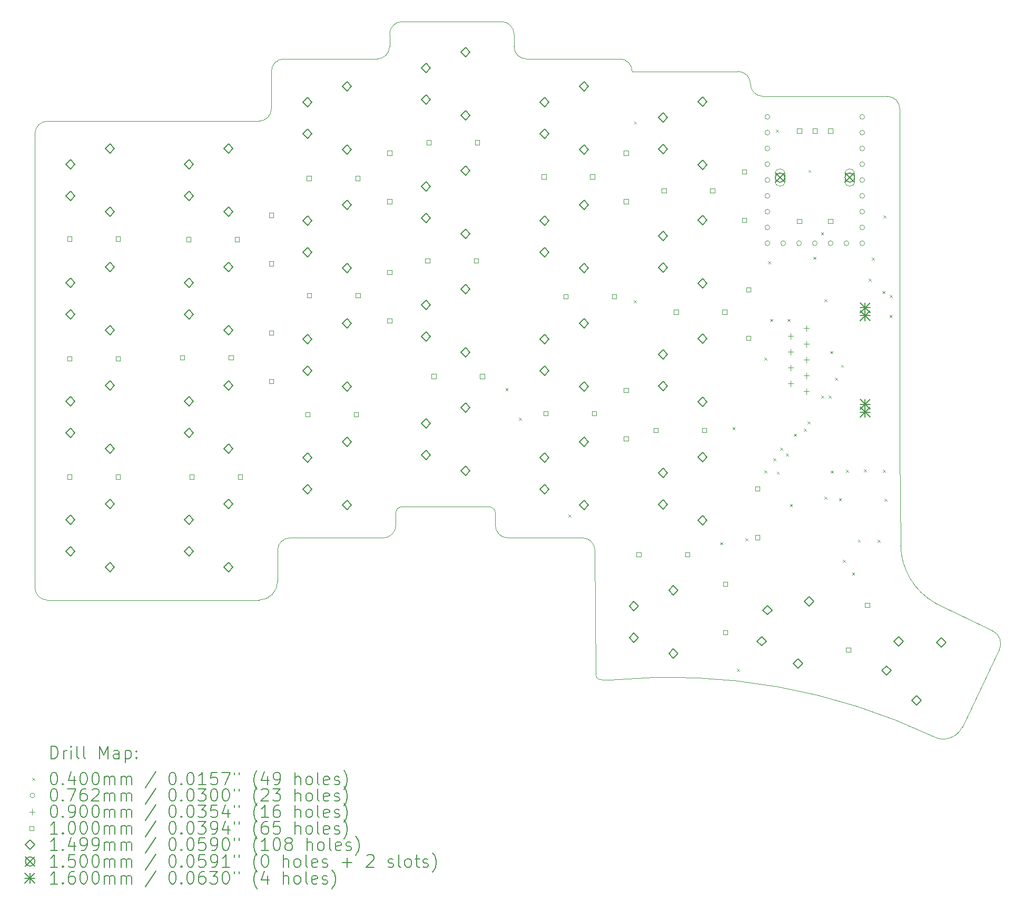
<source format=gbr>
%TF.GenerationSoftware,KiCad,Pcbnew,8.0.8*%
%TF.CreationDate,2025-02-11T03:27:08+10:00*%
%TF.ProjectId,wetsocks54k,77657473-6f63-46b7-9335-346b2e6b6963,2*%
%TF.SameCoordinates,Original*%
%TF.FileFunction,Drillmap*%
%TF.FilePolarity,Positive*%
%FSLAX45Y45*%
G04 Gerber Fmt 4.5, Leading zero omitted, Abs format (unit mm)*
G04 Created by KiCad (PCBNEW 8.0.8) date 2025-02-11 03:27:08*
%MOMM*%
%LPD*%
G01*
G04 APERTURE LIST*
%ADD10C,0.038100*%
%ADD11C,0.200000*%
%ADD12C,0.100000*%
%ADD13C,0.149860*%
%ADD14C,0.150000*%
%ADD15C,0.160000*%
G04 APERTURE END LIST*
D10*
X12445860Y-12636500D02*
X11245860Y-12636500D01*
X12662927Y-14836500D02*
X12645860Y-12836500D01*
X3645860Y-13436500D02*
X3645860Y-6136500D01*
X13045860Y-4936500D02*
G75*
G02*
X13245860Y-5136500I0J-200000D01*
G01*
X14945860Y-5136500D02*
G75*
G02*
X15145860Y-5336500I0J-200000D01*
G01*
X9445860Y-12236500D02*
G75*
G02*
X9545860Y-12136500I100000J0D01*
G01*
X17545860Y-5736500D02*
X17545860Y-11236500D01*
X3845860Y-13636500D02*
G75*
G02*
X3645860Y-13436500I0J200000D01*
G01*
X19041952Y-14134593D02*
G75*
G02*
X19148919Y-14430132I-96092J-201907D01*
G01*
X11045860Y-12436500D02*
X11045860Y-12236500D01*
X10945860Y-12136500D02*
G75*
G02*
X11045860Y-12236500I0J-100000D01*
G01*
X17545860Y-11236500D02*
X17561547Y-12758851D01*
X9445860Y-12236500D02*
X9445860Y-12436500D01*
X12759813Y-14918250D02*
X12944286Y-14919428D01*
X9345860Y-4736500D02*
X9345860Y-4536500D01*
X12759813Y-14918250D02*
G75*
G02*
X12662927Y-14836500I-13953J81751D01*
G01*
X7545860Y-12836500D02*
X7545860Y-13336500D01*
X3845860Y-5936500D02*
X7245860Y-5936500D01*
X9245860Y-12636500D02*
X7745860Y-12636500D01*
X13245860Y-5136500D02*
X14945860Y-5136500D01*
X7445860Y-5736500D02*
G75*
G02*
X7245860Y-5936500I-200000J0D01*
G01*
X11345860Y-4536500D02*
X11345860Y-4736500D01*
X11145860Y-4336500D02*
G75*
G02*
X11345860Y-4536500I0J-200000D01*
G01*
X18116017Y-13682810D02*
G75*
G02*
X17561546Y-12758851I529843J946310D01*
G01*
X11545860Y-4936500D02*
X13045860Y-4936500D01*
X18548991Y-15678928D02*
X19148919Y-14430132D01*
X9545860Y-4336500D02*
X11145860Y-4336500D01*
X7545860Y-13336500D02*
G75*
G02*
X7245860Y-13636500I-300000J0D01*
G01*
X7445860Y-5136500D02*
G75*
G02*
X7645860Y-4936500I200000J0D01*
G01*
X3645860Y-6136500D02*
G75*
G02*
X3845860Y-5936500I200000J0D01*
G01*
X7445860Y-5736500D02*
X7445860Y-5136500D01*
X11545860Y-4936500D02*
G75*
G02*
X11345860Y-4736500I0J200000D01*
G01*
X9445860Y-12436500D02*
G75*
G02*
X9245860Y-12636500I-200000J0D01*
G01*
X15345860Y-5536500D02*
X17145860Y-5536500D01*
X11245860Y-12636500D02*
G75*
G02*
X11045860Y-12436500I0J200000D01*
G01*
X10945860Y-12136500D02*
X9545860Y-12136500D01*
X19041952Y-14134593D02*
X18116017Y-13682810D01*
X9345860Y-4736500D02*
G75*
G02*
X9145860Y-4936500I-200000J0D01*
G01*
X12944286Y-14919428D02*
G75*
G02*
X18078926Y-15826857I907619J-9845046D01*
G01*
X7645860Y-4936500D02*
X9145860Y-4936500D01*
X15345860Y-5536500D02*
G75*
G02*
X15145860Y-5336500I0J200000D01*
G01*
X7545860Y-12836500D02*
G75*
G02*
X7745860Y-12636500I200000J0D01*
G01*
X9345860Y-4536500D02*
G75*
G02*
X9545860Y-4336500I200000J0D01*
G01*
X17145860Y-5536500D02*
X17345860Y-5536500D01*
X12445860Y-12636500D02*
G75*
G02*
X12645860Y-12836500I0J-200000D01*
G01*
X7145860Y-13636500D02*
X3845860Y-13636500D01*
X17345860Y-5536500D02*
G75*
G02*
X17545860Y-5736500I0J-200000D01*
G01*
X7145860Y-13636500D02*
X7245860Y-13636500D01*
X18548991Y-15678928D02*
G75*
G02*
X18078926Y-15826857I-303131J142428D01*
G01*
D11*
D12*
X11207860Y-10231500D02*
X11247860Y-10271500D01*
X11247860Y-10231500D02*
X11207860Y-10271500D01*
X11421860Y-10702500D02*
X11461860Y-10742500D01*
X11461860Y-10702500D02*
X11421860Y-10742500D01*
X12218860Y-12259500D02*
X12258860Y-12299500D01*
X12258860Y-12259500D02*
X12218860Y-12299500D01*
X13272860Y-8818500D02*
X13312860Y-8858500D01*
X13312860Y-8818500D02*
X13272860Y-8858500D01*
X13275860Y-5940500D02*
X13315860Y-5980500D01*
X13315860Y-5940500D02*
X13275860Y-5980500D01*
X14660860Y-12705800D02*
X14700860Y-12745800D01*
X14700860Y-12705800D02*
X14660860Y-12745800D01*
X14858860Y-10857500D02*
X14898860Y-10897500D01*
X14898860Y-10857500D02*
X14858860Y-10897500D01*
X14931860Y-14742500D02*
X14971860Y-14782500D01*
X14971860Y-14742500D02*
X14931860Y-14782500D01*
X15064860Y-12643500D02*
X15104860Y-12683500D01*
X15104860Y-12643500D02*
X15064860Y-12683500D01*
X15367463Y-11549897D02*
X15407463Y-11589897D01*
X15407463Y-11549897D02*
X15367463Y-11589897D01*
X15367860Y-9740500D02*
X15407860Y-9780500D01*
X15407860Y-9740500D02*
X15367860Y-9780500D01*
X15431060Y-8187500D02*
X15471060Y-8227500D01*
X15471060Y-8187500D02*
X15431060Y-8227500D01*
X15465860Y-9116500D02*
X15505860Y-9156500D01*
X15505860Y-9116500D02*
X15465860Y-9156500D01*
X15512860Y-11357500D02*
X15552860Y-11397500D01*
X15552860Y-11357500D02*
X15512860Y-11397500D01*
X15558860Y-6071500D02*
X15598860Y-6111500D01*
X15598860Y-6071500D02*
X15558860Y-6111500D01*
X15569860Y-11570500D02*
X15609860Y-11610500D01*
X15609860Y-11570500D02*
X15569860Y-11610500D01*
X15623860Y-11188500D02*
X15663860Y-11228500D01*
X15663860Y-11188500D02*
X15623860Y-11228500D01*
X15718860Y-11277500D02*
X15758860Y-11317500D01*
X15758860Y-11277500D02*
X15718860Y-11317500D01*
X15741860Y-9116500D02*
X15781860Y-9156500D01*
X15781860Y-9116500D02*
X15741860Y-9156500D01*
X15780860Y-12091500D02*
X15820860Y-12131500D01*
X15820860Y-12091500D02*
X15780860Y-12131500D01*
X15844860Y-10962500D02*
X15884860Y-11002500D01*
X15884860Y-10962500D02*
X15844860Y-11002500D01*
X16007860Y-10880500D02*
X16047860Y-10920500D01*
X16047860Y-10880500D02*
X16007860Y-10920500D01*
X16066860Y-10760500D02*
X16106860Y-10800500D01*
X16106860Y-10760500D02*
X16066860Y-10800500D01*
X16077860Y-6719500D02*
X16117860Y-6759500D01*
X16117860Y-6719500D02*
X16077860Y-6759500D01*
X16157860Y-8116500D02*
X16197860Y-8156500D01*
X16197860Y-8116500D02*
X16157860Y-8156500D01*
X16279860Y-7721500D02*
X16319860Y-7761500D01*
X16319860Y-7721500D02*
X16279860Y-7761500D01*
X16286860Y-10347500D02*
X16326860Y-10387500D01*
X16326860Y-10347500D02*
X16286860Y-10387500D01*
X16334860Y-11974500D02*
X16374860Y-12014500D01*
X16374860Y-11974500D02*
X16334860Y-12014500D01*
X16335860Y-8798500D02*
X16375860Y-8838500D01*
X16375860Y-8798500D02*
X16335860Y-8838500D01*
X16403860Y-10346500D02*
X16443860Y-10386500D01*
X16443860Y-10346500D02*
X16403860Y-10386500D01*
X16427860Y-9632500D02*
X16467860Y-9672500D01*
X16467860Y-9632500D02*
X16427860Y-9672500D01*
X16438463Y-11554897D02*
X16478463Y-11594897D01*
X16478463Y-11554897D02*
X16438463Y-11594897D01*
X16507860Y-10061500D02*
X16547860Y-10101500D01*
X16547860Y-10061500D02*
X16507860Y-10101500D01*
X16568860Y-11998500D02*
X16608860Y-12038500D01*
X16608860Y-11998500D02*
X16568860Y-12038500D01*
X16602860Y-9853500D02*
X16642860Y-9893500D01*
X16642860Y-9853500D02*
X16602860Y-9893500D01*
X16632977Y-12987500D02*
X16672977Y-13027500D01*
X16672977Y-12987500D02*
X16632977Y-13027500D01*
X16684860Y-11542500D02*
X16724860Y-11582500D01*
X16724860Y-11542500D02*
X16684860Y-11582500D01*
X16779860Y-13190500D02*
X16819860Y-13230500D01*
X16819860Y-13190500D02*
X16779860Y-13230500D01*
X16872860Y-12664500D02*
X16912860Y-12704500D01*
X16912860Y-12664500D02*
X16872860Y-12704500D01*
X16971860Y-11535500D02*
X17011860Y-11575500D01*
X17011860Y-11535500D02*
X16971860Y-11575500D01*
X17044860Y-8468500D02*
X17084860Y-8508500D01*
X17084860Y-8468500D02*
X17044860Y-8508500D01*
X17100060Y-8128500D02*
X17140060Y-8168500D01*
X17140060Y-8128500D02*
X17100060Y-8168500D01*
X17187860Y-12670500D02*
X17227860Y-12710500D01*
X17227860Y-12670500D02*
X17187860Y-12710500D01*
X17269860Y-8667500D02*
X17309860Y-8707500D01*
X17309860Y-8667500D02*
X17269860Y-8707500D01*
X17274860Y-11539500D02*
X17314860Y-11579500D01*
X17314860Y-11539500D02*
X17274860Y-11579500D01*
X17284860Y-7453500D02*
X17324860Y-7493500D01*
X17324860Y-7453500D02*
X17284860Y-7493500D01*
X17300860Y-12007500D02*
X17340860Y-12047500D01*
X17340860Y-12007500D02*
X17300860Y-12047500D01*
X17381860Y-9055500D02*
X17421860Y-9095500D01*
X17421860Y-9055500D02*
X17381860Y-9095500D01*
X17384860Y-8731500D02*
X17424860Y-8771500D01*
X17424860Y-8731500D02*
X17384860Y-8771500D01*
X15456900Y-5866880D02*
G75*
G02*
X15380700Y-5866880I-38100J0D01*
G01*
X15380700Y-5866880D02*
G75*
G02*
X15456900Y-5866880I38100J0D01*
G01*
X15456900Y-6120880D02*
G75*
G02*
X15380700Y-6120880I-38100J0D01*
G01*
X15380700Y-6120880D02*
G75*
G02*
X15456900Y-6120880I38100J0D01*
G01*
X15456900Y-6374880D02*
G75*
G02*
X15380700Y-6374880I-38100J0D01*
G01*
X15380700Y-6374880D02*
G75*
G02*
X15456900Y-6374880I38100J0D01*
G01*
X15456900Y-6628880D02*
G75*
G02*
X15380700Y-6628880I-38100J0D01*
G01*
X15380700Y-6628880D02*
G75*
G02*
X15456900Y-6628880I38100J0D01*
G01*
X15456900Y-6882880D02*
G75*
G02*
X15380700Y-6882880I-38100J0D01*
G01*
X15380700Y-6882880D02*
G75*
G02*
X15456900Y-6882880I38100J0D01*
G01*
X15456900Y-7136880D02*
G75*
G02*
X15380700Y-7136880I-38100J0D01*
G01*
X15380700Y-7136880D02*
G75*
G02*
X15456900Y-7136880I38100J0D01*
G01*
X15456900Y-7390880D02*
G75*
G02*
X15380700Y-7390880I-38100J0D01*
G01*
X15380700Y-7390880D02*
G75*
G02*
X15456900Y-7390880I38100J0D01*
G01*
X15456900Y-7644880D02*
G75*
G02*
X15380700Y-7644880I-38100J0D01*
G01*
X15380700Y-7644880D02*
G75*
G02*
X15456900Y-7644880I38100J0D01*
G01*
X15456900Y-7898880D02*
G75*
G02*
X15380700Y-7898880I-38100J0D01*
G01*
X15380700Y-7898880D02*
G75*
G02*
X15456900Y-7898880I38100J0D01*
G01*
X15710900Y-7898880D02*
G75*
G02*
X15634700Y-7898880I-38100J0D01*
G01*
X15634700Y-7898880D02*
G75*
G02*
X15710900Y-7898880I38100J0D01*
G01*
X15964900Y-7898880D02*
G75*
G02*
X15888700Y-7898880I-38100J0D01*
G01*
X15888700Y-7898880D02*
G75*
G02*
X15964900Y-7898880I38100J0D01*
G01*
X16218900Y-7898880D02*
G75*
G02*
X16142700Y-7898880I-38100J0D01*
G01*
X16142700Y-7898880D02*
G75*
G02*
X16218900Y-7898880I38100J0D01*
G01*
X16472900Y-7898880D02*
G75*
G02*
X16396700Y-7898880I-38100J0D01*
G01*
X16396700Y-7898880D02*
G75*
G02*
X16472900Y-7898880I38100J0D01*
G01*
X16726900Y-7898880D02*
G75*
G02*
X16650700Y-7898880I-38100J0D01*
G01*
X16650700Y-7898880D02*
G75*
G02*
X16726900Y-7898880I38100J0D01*
G01*
X16980900Y-5866880D02*
G75*
G02*
X16904700Y-5866880I-38100J0D01*
G01*
X16904700Y-5866880D02*
G75*
G02*
X16980900Y-5866880I38100J0D01*
G01*
X16980900Y-6120880D02*
G75*
G02*
X16904700Y-6120880I-38100J0D01*
G01*
X16904700Y-6120880D02*
G75*
G02*
X16980900Y-6120880I38100J0D01*
G01*
X16980900Y-6374880D02*
G75*
G02*
X16904700Y-6374880I-38100J0D01*
G01*
X16904700Y-6374880D02*
G75*
G02*
X16980900Y-6374880I38100J0D01*
G01*
X16980900Y-6628880D02*
G75*
G02*
X16904700Y-6628880I-38100J0D01*
G01*
X16904700Y-6628880D02*
G75*
G02*
X16980900Y-6628880I38100J0D01*
G01*
X16980900Y-6882880D02*
G75*
G02*
X16904700Y-6882880I-38100J0D01*
G01*
X16904700Y-6882880D02*
G75*
G02*
X16980900Y-6882880I38100J0D01*
G01*
X16980900Y-7136880D02*
G75*
G02*
X16904700Y-7136880I-38100J0D01*
G01*
X16904700Y-7136880D02*
G75*
G02*
X16980900Y-7136880I38100J0D01*
G01*
X16980900Y-7390880D02*
G75*
G02*
X16904700Y-7390880I-38100J0D01*
G01*
X16904700Y-7390880D02*
G75*
G02*
X16980900Y-7390880I38100J0D01*
G01*
X16980900Y-7644880D02*
G75*
G02*
X16904700Y-7644880I-38100J0D01*
G01*
X16904700Y-7644880D02*
G75*
G02*
X16980900Y-7644880I38100J0D01*
G01*
X16980900Y-7898880D02*
G75*
G02*
X16904700Y-7898880I-38100J0D01*
G01*
X16904700Y-7898880D02*
G75*
G02*
X16980900Y-7898880I38100J0D01*
G01*
X15793860Y-9349000D02*
X15793860Y-9439000D01*
X15748860Y-9394000D02*
X15838860Y-9394000D01*
X15793860Y-9349000D02*
X15793860Y-9439000D01*
X15748860Y-9394000D02*
X15838860Y-9394000D01*
X15793860Y-9603000D02*
X15793860Y-9693000D01*
X15748860Y-9648000D02*
X15838860Y-9648000D01*
X15793860Y-9603000D02*
X15793860Y-9693000D01*
X15748860Y-9648000D02*
X15838860Y-9648000D01*
X15793860Y-9857000D02*
X15793860Y-9947000D01*
X15748860Y-9902000D02*
X15838860Y-9902000D01*
X15793860Y-9857000D02*
X15793860Y-9947000D01*
X15748860Y-9902000D02*
X15838860Y-9902000D01*
X15793860Y-10111000D02*
X15793860Y-10201000D01*
X15748860Y-10156000D02*
X15838860Y-10156000D01*
X15793860Y-10111000D02*
X15793860Y-10201000D01*
X15748860Y-10156000D02*
X15838860Y-10156000D01*
X16047860Y-9222000D02*
X16047860Y-9312000D01*
X16002860Y-9267000D02*
X16092860Y-9267000D01*
X16047860Y-9476000D02*
X16047860Y-9566000D01*
X16002860Y-9521000D02*
X16092860Y-9521000D01*
X16047860Y-9476000D02*
X16047860Y-9566000D01*
X16002860Y-9521000D02*
X16092860Y-9521000D01*
X16047860Y-9730000D02*
X16047860Y-9820000D01*
X16002860Y-9775000D02*
X16092860Y-9775000D01*
X16047860Y-9730000D02*
X16047860Y-9820000D01*
X16002860Y-9775000D02*
X16092860Y-9775000D01*
X16047860Y-9984000D02*
X16047860Y-10074000D01*
X16002860Y-10029000D02*
X16092860Y-10029000D01*
X16047860Y-9984000D02*
X16047860Y-10074000D01*
X16002860Y-10029000D02*
X16092860Y-10029000D01*
X16047860Y-10238000D02*
X16047860Y-10328000D01*
X16002860Y-10283000D02*
X16092860Y-10283000D01*
X4236216Y-7863856D02*
X4236216Y-7793144D01*
X4165504Y-7793144D01*
X4165504Y-7863856D01*
X4236216Y-7863856D01*
X4236216Y-9788856D02*
X4236216Y-9718144D01*
X4165504Y-9718144D01*
X4165504Y-9788856D01*
X4236216Y-9788856D01*
X4236216Y-11688856D02*
X4236216Y-11618144D01*
X4165504Y-11618144D01*
X4165504Y-11688856D01*
X4236216Y-11688856D01*
X5016216Y-7863856D02*
X5016216Y-7793144D01*
X4945504Y-7793144D01*
X4945504Y-7863856D01*
X5016216Y-7863856D01*
X5016216Y-9788856D02*
X5016216Y-9718144D01*
X4945504Y-9718144D01*
X4945504Y-9788856D01*
X5016216Y-9788856D01*
X5016216Y-11688856D02*
X5016216Y-11618144D01*
X4945504Y-11618144D01*
X4945504Y-11688856D01*
X5016216Y-11688856D01*
X6051216Y-9771856D02*
X6051216Y-9701144D01*
X5980504Y-9701144D01*
X5980504Y-9771856D01*
X6051216Y-9771856D01*
X6151216Y-7871856D02*
X6151216Y-7801144D01*
X6080504Y-7801144D01*
X6080504Y-7871856D01*
X6151216Y-7871856D01*
X6198682Y-11688856D02*
X6198682Y-11618144D01*
X6127971Y-11618144D01*
X6127971Y-11688856D01*
X6198682Y-11688856D01*
X6831216Y-9771856D02*
X6831216Y-9701144D01*
X6760504Y-9701144D01*
X6760504Y-9771856D01*
X6831216Y-9771856D01*
X6931216Y-7871856D02*
X6931216Y-7801144D01*
X6860504Y-7801144D01*
X6860504Y-7871856D01*
X6931216Y-7871856D01*
X6978682Y-11688856D02*
X6978682Y-11618144D01*
X6907971Y-11618144D01*
X6907971Y-11688856D01*
X6978682Y-11688856D01*
X7481216Y-7481856D02*
X7481216Y-7411144D01*
X7410504Y-7411144D01*
X7410504Y-7481856D01*
X7481216Y-7481856D01*
X7481216Y-8261856D02*
X7481216Y-8191144D01*
X7410504Y-8191144D01*
X7410504Y-8261856D01*
X7481216Y-8261856D01*
X7481216Y-9373856D02*
X7481216Y-9303144D01*
X7410504Y-9303144D01*
X7410504Y-9373856D01*
X7481216Y-9373856D01*
X7481216Y-10153856D02*
X7481216Y-10083144D01*
X7410504Y-10083144D01*
X7410504Y-10153856D01*
X7481216Y-10153856D01*
X8061216Y-10688856D02*
X8061216Y-10618144D01*
X7990504Y-10618144D01*
X7990504Y-10688856D01*
X8061216Y-10688856D01*
X8086216Y-6888856D02*
X8086216Y-6818144D01*
X8015504Y-6818144D01*
X8015504Y-6888856D01*
X8086216Y-6888856D01*
X8091216Y-8771856D02*
X8091216Y-8701144D01*
X8020504Y-8701144D01*
X8020504Y-8771856D01*
X8091216Y-8771856D01*
X8841216Y-10688856D02*
X8841216Y-10618144D01*
X8770504Y-10618144D01*
X8770504Y-10688856D01*
X8841216Y-10688856D01*
X8866216Y-6888856D02*
X8866216Y-6818144D01*
X8795504Y-6818144D01*
X8795504Y-6888856D01*
X8866216Y-6888856D01*
X8871216Y-8771856D02*
X8871216Y-8701144D01*
X8800504Y-8701144D01*
X8800504Y-8771856D01*
X8871216Y-8771856D01*
X9381216Y-6481856D02*
X9381216Y-6411144D01*
X9310504Y-6411144D01*
X9310504Y-6481856D01*
X9381216Y-6481856D01*
X9381216Y-7261856D02*
X9381216Y-7191144D01*
X9310504Y-7191144D01*
X9310504Y-7261856D01*
X9381216Y-7261856D01*
X9381216Y-8398856D02*
X9381216Y-8328144D01*
X9310504Y-8328144D01*
X9310504Y-8398856D01*
X9381216Y-8398856D01*
X9381216Y-9178856D02*
X9381216Y-9108144D01*
X9310504Y-9108144D01*
X9310504Y-9178856D01*
X9381216Y-9178856D01*
X9991216Y-8213856D02*
X9991216Y-8143144D01*
X9920504Y-8143144D01*
X9920504Y-8213856D01*
X9991216Y-8213856D01*
X10011216Y-6313856D02*
X10011216Y-6243144D01*
X9940504Y-6243144D01*
X9940504Y-6313856D01*
X10011216Y-6313856D01*
X10091216Y-10071856D02*
X10091216Y-10001144D01*
X10020504Y-10001144D01*
X10020504Y-10071856D01*
X10091216Y-10071856D01*
X10771216Y-8213856D02*
X10771216Y-8143144D01*
X10700504Y-8143144D01*
X10700504Y-8213856D01*
X10771216Y-8213856D01*
X10791216Y-6313856D02*
X10791216Y-6243144D01*
X10720504Y-6243144D01*
X10720504Y-6313856D01*
X10791216Y-6313856D01*
X10871216Y-10071856D02*
X10871216Y-10001144D01*
X10800504Y-10001144D01*
X10800504Y-10071856D01*
X10871216Y-10071856D01*
X11861216Y-6863856D02*
X11861216Y-6793144D01*
X11790504Y-6793144D01*
X11790504Y-6863856D01*
X11861216Y-6863856D01*
X11891216Y-10671856D02*
X11891216Y-10601144D01*
X11820504Y-10601144D01*
X11820504Y-10671856D01*
X11891216Y-10671856D01*
X12211216Y-8788856D02*
X12211216Y-8718144D01*
X12140504Y-8718144D01*
X12140504Y-8788856D01*
X12211216Y-8788856D01*
X12641216Y-6863856D02*
X12641216Y-6793144D01*
X12570504Y-6793144D01*
X12570504Y-6863856D01*
X12641216Y-6863856D01*
X12671216Y-10671856D02*
X12671216Y-10601144D01*
X12600504Y-10601144D01*
X12600504Y-10671856D01*
X12671216Y-10671856D01*
X12991216Y-8788856D02*
X12991216Y-8718144D01*
X12920504Y-8718144D01*
X12920504Y-8788856D01*
X12991216Y-8788856D01*
X13181216Y-6481856D02*
X13181216Y-6411144D01*
X13110504Y-6411144D01*
X13110504Y-6481856D01*
X13181216Y-6481856D01*
X13181216Y-7261856D02*
X13181216Y-7191144D01*
X13110504Y-7191144D01*
X13110504Y-7261856D01*
X13181216Y-7261856D01*
X13181216Y-10298856D02*
X13181216Y-10228144D01*
X13110504Y-10228144D01*
X13110504Y-10298856D01*
X13181216Y-10298856D01*
X13181216Y-11078856D02*
X13181216Y-11008144D01*
X13110504Y-11008144D01*
X13110504Y-11078856D01*
X13181216Y-11078856D01*
X13386216Y-12938856D02*
X13386216Y-12868144D01*
X13315504Y-12868144D01*
X13315504Y-12938856D01*
X13386216Y-12938856D01*
X13661216Y-10938856D02*
X13661216Y-10868144D01*
X13590504Y-10868144D01*
X13590504Y-10938856D01*
X13661216Y-10938856D01*
X13791216Y-7088856D02*
X13791216Y-7018144D01*
X13720504Y-7018144D01*
X13720504Y-7088856D01*
X13791216Y-7088856D01*
X13986216Y-9038856D02*
X13986216Y-8968144D01*
X13915504Y-8968144D01*
X13915504Y-9038856D01*
X13986216Y-9038856D01*
X14166216Y-12938856D02*
X14166216Y-12868144D01*
X14095504Y-12868144D01*
X14095504Y-12938856D01*
X14166216Y-12938856D01*
X14441216Y-10938856D02*
X14441216Y-10868144D01*
X14370504Y-10868144D01*
X14370504Y-10938856D01*
X14441216Y-10938856D01*
X14571216Y-7088856D02*
X14571216Y-7018144D01*
X14500504Y-7018144D01*
X14500504Y-7088856D01*
X14571216Y-7088856D01*
X14766216Y-9038856D02*
X14766216Y-8968144D01*
X14695504Y-8968144D01*
X14695504Y-9038856D01*
X14766216Y-9038856D01*
X14776216Y-13413856D02*
X14776216Y-13343144D01*
X14705504Y-13343144D01*
X14705504Y-13413856D01*
X14776216Y-13413856D01*
X14776216Y-14193856D02*
X14776216Y-14123144D01*
X14705504Y-14123144D01*
X14705504Y-14193856D01*
X14776216Y-14193856D01*
X15081216Y-6781856D02*
X15081216Y-6711144D01*
X15010504Y-6711144D01*
X15010504Y-6781856D01*
X15081216Y-6781856D01*
X15081216Y-7561856D02*
X15081216Y-7491144D01*
X15010504Y-7491144D01*
X15010504Y-7561856D01*
X15081216Y-7561856D01*
X15151216Y-8681856D02*
X15151216Y-8611144D01*
X15080504Y-8611144D01*
X15080504Y-8681856D01*
X15151216Y-8681856D01*
X15151216Y-9461856D02*
X15151216Y-9391144D01*
X15080504Y-9391144D01*
X15080504Y-9461856D01*
X15151216Y-9461856D01*
X15294216Y-11882856D02*
X15294216Y-11812144D01*
X15223504Y-11812144D01*
X15223504Y-11882856D01*
X15294216Y-11882856D01*
X15294216Y-12662856D02*
X15294216Y-12592144D01*
X15223504Y-12592144D01*
X15223504Y-12662856D01*
X15294216Y-12662856D01*
X15967616Y-6128296D02*
X15967616Y-6057584D01*
X15896904Y-6057584D01*
X15896904Y-6128296D01*
X15967616Y-6128296D01*
X15967616Y-7578296D02*
X15967616Y-7507584D01*
X15896904Y-7507584D01*
X15896904Y-7578296D01*
X15967616Y-7578296D01*
X16217616Y-6128296D02*
X16217616Y-6057584D01*
X16146904Y-6057584D01*
X16146904Y-6128296D01*
X16217616Y-6128296D01*
X16467616Y-6128296D02*
X16467616Y-6057584D01*
X16396904Y-6057584D01*
X16396904Y-6128296D01*
X16467616Y-6128296D01*
X16467616Y-7578296D02*
X16467616Y-7507584D01*
X16396904Y-7507584D01*
X16396904Y-7578296D01*
X16467616Y-7578296D01*
X16753533Y-14468982D02*
X16753533Y-14398270D01*
X16682822Y-14398270D01*
X16682822Y-14468982D01*
X16753533Y-14468982D01*
X17058303Y-13750988D02*
X17058303Y-13680277D01*
X16987592Y-13680277D01*
X16987592Y-13750988D01*
X17058303Y-13750988D01*
D13*
X4214860Y-6707430D02*
X4289790Y-6632500D01*
X4214860Y-6557570D01*
X4139930Y-6632500D01*
X4214860Y-6707430D01*
X4214860Y-7215430D02*
X4289790Y-7140500D01*
X4214860Y-7065570D01*
X4139930Y-7140500D01*
X4214860Y-7215430D01*
X4214860Y-8612430D02*
X4289790Y-8537500D01*
X4214860Y-8462570D01*
X4139930Y-8537500D01*
X4214860Y-8612430D01*
X4214860Y-9120430D02*
X4289790Y-9045500D01*
X4214860Y-8970570D01*
X4139930Y-9045500D01*
X4214860Y-9120430D01*
X4214860Y-10517430D02*
X4289790Y-10442500D01*
X4214860Y-10367570D01*
X4139930Y-10442500D01*
X4214860Y-10517430D01*
X4214860Y-11025430D02*
X4289790Y-10950500D01*
X4214860Y-10875570D01*
X4139930Y-10950500D01*
X4214860Y-11025430D01*
X4214860Y-12422430D02*
X4289790Y-12347500D01*
X4214860Y-12272570D01*
X4139930Y-12347500D01*
X4214860Y-12422430D01*
X4214860Y-12930430D02*
X4289790Y-12855500D01*
X4214860Y-12780570D01*
X4139930Y-12855500D01*
X4214860Y-12930430D01*
X4849860Y-6453430D02*
X4924790Y-6378500D01*
X4849860Y-6303570D01*
X4774930Y-6378500D01*
X4849860Y-6453430D01*
X4849860Y-7469430D02*
X4924790Y-7394500D01*
X4849860Y-7319570D01*
X4774930Y-7394500D01*
X4849860Y-7469430D01*
X4849860Y-8358430D02*
X4924790Y-8283500D01*
X4849860Y-8208570D01*
X4774930Y-8283500D01*
X4849860Y-8358430D01*
X4849860Y-9374430D02*
X4924790Y-9299500D01*
X4849860Y-9224570D01*
X4774930Y-9299500D01*
X4849860Y-9374430D01*
X4849860Y-10263430D02*
X4924790Y-10188500D01*
X4849860Y-10113570D01*
X4774930Y-10188500D01*
X4849860Y-10263430D01*
X4849860Y-11279430D02*
X4924790Y-11204500D01*
X4849860Y-11129570D01*
X4774930Y-11204500D01*
X4849860Y-11279430D01*
X4849860Y-12168430D02*
X4924790Y-12093500D01*
X4849860Y-12018570D01*
X4774930Y-12093500D01*
X4849860Y-12168430D01*
X4849860Y-13184430D02*
X4924790Y-13109500D01*
X4849860Y-13034570D01*
X4774930Y-13109500D01*
X4849860Y-13184430D01*
X6119860Y-8612430D02*
X6194790Y-8537500D01*
X6119860Y-8462570D01*
X6044930Y-8537500D01*
X6119860Y-8612430D01*
X6119860Y-9120430D02*
X6194790Y-9045500D01*
X6119860Y-8970570D01*
X6044930Y-9045500D01*
X6119860Y-9120430D01*
X6119860Y-10517430D02*
X6194790Y-10442500D01*
X6119860Y-10367570D01*
X6044930Y-10442500D01*
X6119860Y-10517430D01*
X6119860Y-11025430D02*
X6194790Y-10950500D01*
X6119860Y-10875570D01*
X6044930Y-10950500D01*
X6119860Y-11025430D01*
X6119860Y-12422430D02*
X6194790Y-12347500D01*
X6119860Y-12272570D01*
X6044930Y-12347500D01*
X6119860Y-12422430D01*
X6119860Y-12930430D02*
X6194790Y-12855500D01*
X6119860Y-12780570D01*
X6044930Y-12855500D01*
X6119860Y-12930430D01*
X6119860Y-6707430D02*
X6194790Y-6632500D01*
X6119860Y-6557570D01*
X6044930Y-6632500D01*
X6119860Y-6707430D01*
X6119860Y-7215430D02*
X6194790Y-7140500D01*
X6119860Y-7065570D01*
X6044930Y-7140500D01*
X6119860Y-7215430D01*
X6754860Y-8358430D02*
X6829790Y-8283500D01*
X6754860Y-8208570D01*
X6679930Y-8283500D01*
X6754860Y-8358430D01*
X6754860Y-9374430D02*
X6829790Y-9299500D01*
X6754860Y-9224570D01*
X6679930Y-9299500D01*
X6754860Y-9374430D01*
X6754860Y-10263430D02*
X6829790Y-10188500D01*
X6754860Y-10113570D01*
X6679930Y-10188500D01*
X6754860Y-10263430D01*
X6754860Y-11279430D02*
X6829790Y-11204500D01*
X6754860Y-11129570D01*
X6679930Y-11204500D01*
X6754860Y-11279430D01*
X6754860Y-12168430D02*
X6829790Y-12093500D01*
X6754860Y-12018570D01*
X6679930Y-12093500D01*
X6754860Y-12168430D01*
X6754860Y-13184430D02*
X6829790Y-13109500D01*
X6754860Y-13034570D01*
X6679930Y-13109500D01*
X6754860Y-13184430D01*
X6754860Y-6453430D02*
X6829790Y-6378500D01*
X6754860Y-6303570D01*
X6679930Y-6378500D01*
X6754860Y-6453430D01*
X6754860Y-7469430D02*
X6829790Y-7394500D01*
X6754860Y-7319570D01*
X6679930Y-7394500D01*
X6754860Y-7469430D01*
X8024860Y-5707430D02*
X8099790Y-5632500D01*
X8024860Y-5557570D01*
X7949930Y-5632500D01*
X8024860Y-5707430D01*
X8024860Y-6215430D02*
X8099790Y-6140500D01*
X8024860Y-6065570D01*
X7949930Y-6140500D01*
X8024860Y-6215430D01*
X8024860Y-7612430D02*
X8099790Y-7537500D01*
X8024860Y-7462570D01*
X7949930Y-7537500D01*
X8024860Y-7612430D01*
X8024860Y-8120430D02*
X8099790Y-8045500D01*
X8024860Y-7970570D01*
X7949930Y-8045500D01*
X8024860Y-8120430D01*
X8024860Y-9517430D02*
X8099790Y-9442500D01*
X8024860Y-9367570D01*
X7949930Y-9442500D01*
X8024860Y-9517430D01*
X8024860Y-10025430D02*
X8099790Y-9950500D01*
X8024860Y-9875570D01*
X7949930Y-9950500D01*
X8024860Y-10025430D01*
X8024860Y-11422430D02*
X8099790Y-11347500D01*
X8024860Y-11272570D01*
X7949930Y-11347500D01*
X8024860Y-11422430D01*
X8024860Y-11930430D02*
X8099790Y-11855500D01*
X8024860Y-11780570D01*
X7949930Y-11855500D01*
X8024860Y-11930430D01*
X8659860Y-5453430D02*
X8734790Y-5378500D01*
X8659860Y-5303570D01*
X8584930Y-5378500D01*
X8659860Y-5453430D01*
X8659860Y-6469430D02*
X8734790Y-6394500D01*
X8659860Y-6319570D01*
X8584930Y-6394500D01*
X8659860Y-6469430D01*
X8659860Y-7358430D02*
X8734790Y-7283500D01*
X8659860Y-7208570D01*
X8584930Y-7283500D01*
X8659860Y-7358430D01*
X8659860Y-8374430D02*
X8734790Y-8299500D01*
X8659860Y-8224570D01*
X8584930Y-8299500D01*
X8659860Y-8374430D01*
X8659860Y-9263430D02*
X8734790Y-9188500D01*
X8659860Y-9113570D01*
X8584930Y-9188500D01*
X8659860Y-9263430D01*
X8659860Y-10279430D02*
X8734790Y-10204500D01*
X8659860Y-10129570D01*
X8584930Y-10204500D01*
X8659860Y-10279430D01*
X8659860Y-11168430D02*
X8734790Y-11093500D01*
X8659860Y-11018570D01*
X8584930Y-11093500D01*
X8659860Y-11168430D01*
X8659860Y-12184430D02*
X8734790Y-12109500D01*
X8659860Y-12034570D01*
X8584930Y-12109500D01*
X8659860Y-12184430D01*
X9929860Y-5157430D02*
X10004790Y-5082500D01*
X9929860Y-5007570D01*
X9854930Y-5082500D01*
X9929860Y-5157430D01*
X9929860Y-5665430D02*
X10004790Y-5590500D01*
X9929860Y-5515570D01*
X9854930Y-5590500D01*
X9929860Y-5665430D01*
X9929860Y-7062430D02*
X10004790Y-6987500D01*
X9929860Y-6912570D01*
X9854930Y-6987500D01*
X9929860Y-7062430D01*
X9929860Y-7570430D02*
X10004790Y-7495500D01*
X9929860Y-7420570D01*
X9854930Y-7495500D01*
X9929860Y-7570430D01*
X9929860Y-8967430D02*
X10004790Y-8892500D01*
X9929860Y-8817570D01*
X9854930Y-8892500D01*
X9929860Y-8967430D01*
X9929860Y-9475430D02*
X10004790Y-9400500D01*
X9929860Y-9325570D01*
X9854930Y-9400500D01*
X9929860Y-9475430D01*
X9929860Y-10872430D02*
X10004790Y-10797500D01*
X9929860Y-10722570D01*
X9854930Y-10797500D01*
X9929860Y-10872430D01*
X9929860Y-11380430D02*
X10004790Y-11305500D01*
X9929860Y-11230570D01*
X9854930Y-11305500D01*
X9929860Y-11380430D01*
X10564860Y-4903430D02*
X10639790Y-4828500D01*
X10564860Y-4753570D01*
X10489930Y-4828500D01*
X10564860Y-4903430D01*
X10564860Y-5919430D02*
X10639790Y-5844500D01*
X10564860Y-5769570D01*
X10489930Y-5844500D01*
X10564860Y-5919430D01*
X10564860Y-6808430D02*
X10639790Y-6733500D01*
X10564860Y-6658570D01*
X10489930Y-6733500D01*
X10564860Y-6808430D01*
X10564860Y-7824430D02*
X10639790Y-7749500D01*
X10564860Y-7674570D01*
X10489930Y-7749500D01*
X10564860Y-7824430D01*
X10564860Y-8713430D02*
X10639790Y-8638500D01*
X10564860Y-8563570D01*
X10489930Y-8638500D01*
X10564860Y-8713430D01*
X10564860Y-9729430D02*
X10639790Y-9654500D01*
X10564860Y-9579570D01*
X10489930Y-9654500D01*
X10564860Y-9729430D01*
X10564860Y-10618430D02*
X10639790Y-10543500D01*
X10564860Y-10468570D01*
X10489930Y-10543500D01*
X10564860Y-10618430D01*
X10564860Y-11634430D02*
X10639790Y-11559500D01*
X10564860Y-11484570D01*
X10489930Y-11559500D01*
X10564860Y-11634430D01*
X11834860Y-5707430D02*
X11909790Y-5632500D01*
X11834860Y-5557570D01*
X11759930Y-5632500D01*
X11834860Y-5707430D01*
X11834860Y-6215430D02*
X11909790Y-6140500D01*
X11834860Y-6065570D01*
X11759930Y-6140500D01*
X11834860Y-6215430D01*
X11834860Y-7612430D02*
X11909790Y-7537500D01*
X11834860Y-7462570D01*
X11759930Y-7537500D01*
X11834860Y-7612430D01*
X11834860Y-8120430D02*
X11909790Y-8045500D01*
X11834860Y-7970570D01*
X11759930Y-8045500D01*
X11834860Y-8120430D01*
X11834860Y-9517430D02*
X11909790Y-9442500D01*
X11834860Y-9367570D01*
X11759930Y-9442500D01*
X11834860Y-9517430D01*
X11834860Y-10025430D02*
X11909790Y-9950500D01*
X11834860Y-9875570D01*
X11759930Y-9950500D01*
X11834860Y-10025430D01*
X11834860Y-11422430D02*
X11909790Y-11347500D01*
X11834860Y-11272570D01*
X11759930Y-11347500D01*
X11834860Y-11422430D01*
X11834860Y-11930430D02*
X11909790Y-11855500D01*
X11834860Y-11780570D01*
X11759930Y-11855500D01*
X11834860Y-11930430D01*
X12469860Y-5453430D02*
X12544790Y-5378500D01*
X12469860Y-5303570D01*
X12394930Y-5378500D01*
X12469860Y-5453430D01*
X12469860Y-6469430D02*
X12544790Y-6394500D01*
X12469860Y-6319570D01*
X12394930Y-6394500D01*
X12469860Y-6469430D01*
X12469860Y-7358430D02*
X12544790Y-7283500D01*
X12469860Y-7208570D01*
X12394930Y-7283500D01*
X12469860Y-7358430D01*
X12469860Y-8374430D02*
X12544790Y-8299500D01*
X12469860Y-8224570D01*
X12394930Y-8299500D01*
X12469860Y-8374430D01*
X12469860Y-9263430D02*
X12544790Y-9188500D01*
X12469860Y-9113570D01*
X12394930Y-9188500D01*
X12469860Y-9263430D01*
X12469860Y-10279430D02*
X12544790Y-10204500D01*
X12469860Y-10129570D01*
X12394930Y-10204500D01*
X12469860Y-10279430D01*
X12469860Y-11168430D02*
X12544790Y-11093500D01*
X12469860Y-11018570D01*
X12394930Y-11093500D01*
X12469860Y-11168430D01*
X12469860Y-12184430D02*
X12544790Y-12109500D01*
X12469860Y-12034570D01*
X12394930Y-12109500D01*
X12469860Y-12184430D01*
X13272500Y-13807430D02*
X13347430Y-13732500D01*
X13272500Y-13657570D01*
X13197570Y-13732500D01*
X13272500Y-13807430D01*
X13272500Y-14315430D02*
X13347430Y-14240500D01*
X13272500Y-14165570D01*
X13197570Y-14240500D01*
X13272500Y-14315430D01*
X13739860Y-5949430D02*
X13814790Y-5874500D01*
X13739860Y-5799570D01*
X13664930Y-5874500D01*
X13739860Y-5949430D01*
X13739860Y-6457430D02*
X13814790Y-6382500D01*
X13739860Y-6307570D01*
X13664930Y-6382500D01*
X13739860Y-6457430D01*
X13739860Y-7854430D02*
X13814790Y-7779500D01*
X13739860Y-7704570D01*
X13664930Y-7779500D01*
X13739860Y-7854430D01*
X13739860Y-8362430D02*
X13814790Y-8287500D01*
X13739860Y-8212570D01*
X13664930Y-8287500D01*
X13739860Y-8362430D01*
X13739860Y-9759430D02*
X13814790Y-9684500D01*
X13739860Y-9609570D01*
X13664930Y-9684500D01*
X13739860Y-9759430D01*
X13739860Y-10267430D02*
X13814790Y-10192500D01*
X13739860Y-10117570D01*
X13664930Y-10192500D01*
X13739860Y-10267430D01*
X13739860Y-11664430D02*
X13814790Y-11589500D01*
X13739860Y-11514570D01*
X13664930Y-11589500D01*
X13739860Y-11664430D01*
X13739860Y-12172430D02*
X13814790Y-12097500D01*
X13739860Y-12022570D01*
X13664930Y-12097500D01*
X13739860Y-12172430D01*
X13907500Y-13553430D02*
X13982430Y-13478500D01*
X13907500Y-13403570D01*
X13832570Y-13478500D01*
X13907500Y-13553430D01*
X13907500Y-14569430D02*
X13982430Y-14494500D01*
X13907500Y-14419570D01*
X13832570Y-14494500D01*
X13907500Y-14569430D01*
X14374860Y-5695430D02*
X14449790Y-5620500D01*
X14374860Y-5545570D01*
X14299930Y-5620500D01*
X14374860Y-5695430D01*
X14374860Y-6711430D02*
X14449790Y-6636500D01*
X14374860Y-6561570D01*
X14299930Y-6636500D01*
X14374860Y-6711430D01*
X14374860Y-7600430D02*
X14449790Y-7525500D01*
X14374860Y-7450570D01*
X14299930Y-7525500D01*
X14374860Y-7600430D01*
X14374860Y-8616430D02*
X14449790Y-8541500D01*
X14374860Y-8466570D01*
X14299930Y-8541500D01*
X14374860Y-8616430D01*
X14374860Y-9505430D02*
X14449790Y-9430500D01*
X14374860Y-9355570D01*
X14299930Y-9430500D01*
X14374860Y-9505430D01*
X14374860Y-10521430D02*
X14449790Y-10446500D01*
X14374860Y-10371570D01*
X14299930Y-10446500D01*
X14374860Y-10521430D01*
X14374860Y-11410430D02*
X14449790Y-11335500D01*
X14374860Y-11260570D01*
X14299930Y-11335500D01*
X14374860Y-11410430D01*
X14374860Y-12426430D02*
X14449790Y-12351500D01*
X14374860Y-12276570D01*
X14299930Y-12351500D01*
X14374860Y-12426430D01*
X15329586Y-14372411D02*
X15404516Y-14297481D01*
X15329586Y-14222551D01*
X15254656Y-14297481D01*
X15329586Y-14372411D01*
X15417799Y-13872129D02*
X15492729Y-13797199D01*
X15417799Y-13722269D01*
X15342869Y-13797199D01*
X15417799Y-13872129D01*
X15910832Y-14732819D02*
X15985762Y-14657889D01*
X15910832Y-14582959D01*
X15835902Y-14657889D01*
X15910832Y-14732819D01*
X16087258Y-13732254D02*
X16162188Y-13657324D01*
X16087258Y-13582394D01*
X16012328Y-13657324D01*
X16087258Y-13732254D01*
X17331042Y-14844940D02*
X17405972Y-14770010D01*
X17331042Y-14695080D01*
X17256112Y-14770010D01*
X17331042Y-14844940D01*
X17529533Y-14377324D02*
X17604463Y-14302394D01*
X17529533Y-14227464D01*
X17454603Y-14302394D01*
X17529533Y-14377324D01*
X17816317Y-15326863D02*
X17891247Y-15251933D01*
X17816317Y-15177003D01*
X17741387Y-15251933D01*
X17816317Y-15326863D01*
X18213300Y-14391630D02*
X18288230Y-14316700D01*
X18213300Y-14241770D01*
X18138370Y-14316700D01*
X18213300Y-14391630D01*
D14*
X15547260Y-6767940D02*
X15697260Y-6917940D01*
X15697260Y-6767940D02*
X15547260Y-6917940D01*
X15697260Y-6842940D02*
G75*
G02*
X15547260Y-6842940I-75000J0D01*
G01*
X15547260Y-6842940D02*
G75*
G02*
X15697260Y-6842940I75000J0D01*
G01*
D12*
X15547260Y-6777940D02*
X15547260Y-6907940D01*
X15697260Y-6907940D02*
G75*
G02*
X15547260Y-6907940I-75000J0D01*
G01*
X15697260Y-6907940D02*
X15697260Y-6777940D01*
X15697260Y-6777940D02*
G75*
G03*
X15547260Y-6777940I-75000J0D01*
G01*
D14*
X16667260Y-6767940D02*
X16817260Y-6917940D01*
X16817260Y-6767940D02*
X16667260Y-6917940D01*
X16817260Y-6842940D02*
G75*
G02*
X16667260Y-6842940I-75000J0D01*
G01*
X16667260Y-6842940D02*
G75*
G02*
X16817260Y-6842940I75000J0D01*
G01*
D12*
X16667260Y-6777940D02*
X16667260Y-6907940D01*
X16817260Y-6907940D02*
G75*
G02*
X16667260Y-6907940I-75000J0D01*
G01*
X16817260Y-6907940D02*
X16817260Y-6777940D01*
X16817260Y-6777940D02*
G75*
G03*
X16667260Y-6777940I-75000J0D01*
G01*
D15*
X16907860Y-8854500D02*
X17067860Y-9014500D01*
X17067860Y-8854500D02*
X16907860Y-9014500D01*
X16987860Y-8854500D02*
X16987860Y-9014500D01*
X16907860Y-8934500D02*
X17067860Y-8934500D01*
X16907860Y-8981500D02*
X17067860Y-9141500D01*
X17067860Y-8981500D02*
X16907860Y-9141500D01*
X16987860Y-8981500D02*
X16987860Y-9141500D01*
X16907860Y-9061500D02*
X17067860Y-9061500D01*
X16907860Y-10408500D02*
X17067860Y-10568500D01*
X17067860Y-10408500D02*
X16907860Y-10568500D01*
X16987860Y-10408500D02*
X16987860Y-10568500D01*
X16907860Y-10488500D02*
X17067860Y-10488500D01*
X16907860Y-10535500D02*
X17067860Y-10695500D01*
X17067860Y-10535500D02*
X16907860Y-10695500D01*
X16987860Y-10535500D02*
X16987860Y-10695500D01*
X16907860Y-10615500D02*
X17067860Y-10615500D01*
D11*
X3904732Y-16184813D02*
X3904732Y-15984813D01*
X3904732Y-15984813D02*
X3952351Y-15984813D01*
X3952351Y-15984813D02*
X3980922Y-15994337D01*
X3980922Y-15994337D02*
X3999970Y-16013384D01*
X3999970Y-16013384D02*
X4009494Y-16032432D01*
X4009494Y-16032432D02*
X4019017Y-16070527D01*
X4019017Y-16070527D02*
X4019017Y-16099099D01*
X4019017Y-16099099D02*
X4009494Y-16137194D01*
X4009494Y-16137194D02*
X3999970Y-16156241D01*
X3999970Y-16156241D02*
X3980922Y-16175289D01*
X3980922Y-16175289D02*
X3952351Y-16184813D01*
X3952351Y-16184813D02*
X3904732Y-16184813D01*
X4104732Y-16184813D02*
X4104732Y-16051479D01*
X4104732Y-16089575D02*
X4114256Y-16070527D01*
X4114256Y-16070527D02*
X4123779Y-16061003D01*
X4123779Y-16061003D02*
X4142827Y-16051479D01*
X4142827Y-16051479D02*
X4161875Y-16051479D01*
X4228541Y-16184813D02*
X4228541Y-16051479D01*
X4228541Y-15984813D02*
X4219018Y-15994337D01*
X4219018Y-15994337D02*
X4228541Y-16003860D01*
X4228541Y-16003860D02*
X4238065Y-15994337D01*
X4238065Y-15994337D02*
X4228541Y-15984813D01*
X4228541Y-15984813D02*
X4228541Y-16003860D01*
X4352351Y-16184813D02*
X4333303Y-16175289D01*
X4333303Y-16175289D02*
X4323779Y-16156241D01*
X4323779Y-16156241D02*
X4323779Y-15984813D01*
X4457113Y-16184813D02*
X4438065Y-16175289D01*
X4438065Y-16175289D02*
X4428541Y-16156241D01*
X4428541Y-16156241D02*
X4428541Y-15984813D01*
X4685684Y-16184813D02*
X4685684Y-15984813D01*
X4685684Y-15984813D02*
X4752351Y-16127670D01*
X4752351Y-16127670D02*
X4819018Y-15984813D01*
X4819018Y-15984813D02*
X4819018Y-16184813D01*
X4999970Y-16184813D02*
X4999970Y-16080051D01*
X4999970Y-16080051D02*
X4990446Y-16061003D01*
X4990446Y-16061003D02*
X4971399Y-16051479D01*
X4971399Y-16051479D02*
X4933303Y-16051479D01*
X4933303Y-16051479D02*
X4914256Y-16061003D01*
X4999970Y-16175289D02*
X4980922Y-16184813D01*
X4980922Y-16184813D02*
X4933303Y-16184813D01*
X4933303Y-16184813D02*
X4914256Y-16175289D01*
X4914256Y-16175289D02*
X4904732Y-16156241D01*
X4904732Y-16156241D02*
X4904732Y-16137194D01*
X4904732Y-16137194D02*
X4914256Y-16118146D01*
X4914256Y-16118146D02*
X4933303Y-16108622D01*
X4933303Y-16108622D02*
X4980922Y-16108622D01*
X4980922Y-16108622D02*
X4999970Y-16099099D01*
X5095208Y-16051479D02*
X5095208Y-16251479D01*
X5095208Y-16061003D02*
X5114256Y-16051479D01*
X5114256Y-16051479D02*
X5152351Y-16051479D01*
X5152351Y-16051479D02*
X5171399Y-16061003D01*
X5171399Y-16061003D02*
X5180922Y-16070527D01*
X5180922Y-16070527D02*
X5190446Y-16089575D01*
X5190446Y-16089575D02*
X5190446Y-16146718D01*
X5190446Y-16146718D02*
X5180922Y-16165765D01*
X5180922Y-16165765D02*
X5171399Y-16175289D01*
X5171399Y-16175289D02*
X5152351Y-16184813D01*
X5152351Y-16184813D02*
X5114256Y-16184813D01*
X5114256Y-16184813D02*
X5095208Y-16175289D01*
X5276160Y-16165765D02*
X5285684Y-16175289D01*
X5285684Y-16175289D02*
X5276160Y-16184813D01*
X5276160Y-16184813D02*
X5266637Y-16175289D01*
X5266637Y-16175289D02*
X5276160Y-16165765D01*
X5276160Y-16165765D02*
X5276160Y-16184813D01*
X5276160Y-16061003D02*
X5285684Y-16070527D01*
X5285684Y-16070527D02*
X5276160Y-16080051D01*
X5276160Y-16080051D02*
X5266637Y-16070527D01*
X5266637Y-16070527D02*
X5276160Y-16061003D01*
X5276160Y-16061003D02*
X5276160Y-16080051D01*
D12*
X3603955Y-16493329D02*
X3643955Y-16533329D01*
X3643955Y-16493329D02*
X3603955Y-16533329D01*
D11*
X3942827Y-16404813D02*
X3961875Y-16404813D01*
X3961875Y-16404813D02*
X3980922Y-16414337D01*
X3980922Y-16414337D02*
X3990446Y-16423860D01*
X3990446Y-16423860D02*
X3999970Y-16442908D01*
X3999970Y-16442908D02*
X4009494Y-16481003D01*
X4009494Y-16481003D02*
X4009494Y-16528622D01*
X4009494Y-16528622D02*
X3999970Y-16566718D01*
X3999970Y-16566718D02*
X3990446Y-16585765D01*
X3990446Y-16585765D02*
X3980922Y-16595289D01*
X3980922Y-16595289D02*
X3961875Y-16604813D01*
X3961875Y-16604813D02*
X3942827Y-16604813D01*
X3942827Y-16604813D02*
X3923779Y-16595289D01*
X3923779Y-16595289D02*
X3914256Y-16585765D01*
X3914256Y-16585765D02*
X3904732Y-16566718D01*
X3904732Y-16566718D02*
X3895208Y-16528622D01*
X3895208Y-16528622D02*
X3895208Y-16481003D01*
X3895208Y-16481003D02*
X3904732Y-16442908D01*
X3904732Y-16442908D02*
X3914256Y-16423860D01*
X3914256Y-16423860D02*
X3923779Y-16414337D01*
X3923779Y-16414337D02*
X3942827Y-16404813D01*
X4095208Y-16585765D02*
X4104732Y-16595289D01*
X4104732Y-16595289D02*
X4095208Y-16604813D01*
X4095208Y-16604813D02*
X4085684Y-16595289D01*
X4085684Y-16595289D02*
X4095208Y-16585765D01*
X4095208Y-16585765D02*
X4095208Y-16604813D01*
X4276160Y-16471479D02*
X4276160Y-16604813D01*
X4228541Y-16395289D02*
X4180922Y-16538146D01*
X4180922Y-16538146D02*
X4304732Y-16538146D01*
X4419018Y-16404813D02*
X4438065Y-16404813D01*
X4438065Y-16404813D02*
X4457113Y-16414337D01*
X4457113Y-16414337D02*
X4466637Y-16423860D01*
X4466637Y-16423860D02*
X4476160Y-16442908D01*
X4476160Y-16442908D02*
X4485684Y-16481003D01*
X4485684Y-16481003D02*
X4485684Y-16528622D01*
X4485684Y-16528622D02*
X4476160Y-16566718D01*
X4476160Y-16566718D02*
X4466637Y-16585765D01*
X4466637Y-16585765D02*
X4457113Y-16595289D01*
X4457113Y-16595289D02*
X4438065Y-16604813D01*
X4438065Y-16604813D02*
X4419018Y-16604813D01*
X4419018Y-16604813D02*
X4399970Y-16595289D01*
X4399970Y-16595289D02*
X4390446Y-16585765D01*
X4390446Y-16585765D02*
X4380922Y-16566718D01*
X4380922Y-16566718D02*
X4371399Y-16528622D01*
X4371399Y-16528622D02*
X4371399Y-16481003D01*
X4371399Y-16481003D02*
X4380922Y-16442908D01*
X4380922Y-16442908D02*
X4390446Y-16423860D01*
X4390446Y-16423860D02*
X4399970Y-16414337D01*
X4399970Y-16414337D02*
X4419018Y-16404813D01*
X4609494Y-16404813D02*
X4628541Y-16404813D01*
X4628541Y-16404813D02*
X4647589Y-16414337D01*
X4647589Y-16414337D02*
X4657113Y-16423860D01*
X4657113Y-16423860D02*
X4666637Y-16442908D01*
X4666637Y-16442908D02*
X4676160Y-16481003D01*
X4676160Y-16481003D02*
X4676160Y-16528622D01*
X4676160Y-16528622D02*
X4666637Y-16566718D01*
X4666637Y-16566718D02*
X4657113Y-16585765D01*
X4657113Y-16585765D02*
X4647589Y-16595289D01*
X4647589Y-16595289D02*
X4628541Y-16604813D01*
X4628541Y-16604813D02*
X4609494Y-16604813D01*
X4609494Y-16604813D02*
X4590446Y-16595289D01*
X4590446Y-16595289D02*
X4580922Y-16585765D01*
X4580922Y-16585765D02*
X4571399Y-16566718D01*
X4571399Y-16566718D02*
X4561875Y-16528622D01*
X4561875Y-16528622D02*
X4561875Y-16481003D01*
X4561875Y-16481003D02*
X4571399Y-16442908D01*
X4571399Y-16442908D02*
X4580922Y-16423860D01*
X4580922Y-16423860D02*
X4590446Y-16414337D01*
X4590446Y-16414337D02*
X4609494Y-16404813D01*
X4761875Y-16604813D02*
X4761875Y-16471479D01*
X4761875Y-16490527D02*
X4771399Y-16481003D01*
X4771399Y-16481003D02*
X4790446Y-16471479D01*
X4790446Y-16471479D02*
X4819018Y-16471479D01*
X4819018Y-16471479D02*
X4838065Y-16481003D01*
X4838065Y-16481003D02*
X4847589Y-16500051D01*
X4847589Y-16500051D02*
X4847589Y-16604813D01*
X4847589Y-16500051D02*
X4857113Y-16481003D01*
X4857113Y-16481003D02*
X4876160Y-16471479D01*
X4876160Y-16471479D02*
X4904732Y-16471479D01*
X4904732Y-16471479D02*
X4923780Y-16481003D01*
X4923780Y-16481003D02*
X4933303Y-16500051D01*
X4933303Y-16500051D02*
X4933303Y-16604813D01*
X5028541Y-16604813D02*
X5028541Y-16471479D01*
X5028541Y-16490527D02*
X5038065Y-16481003D01*
X5038065Y-16481003D02*
X5057113Y-16471479D01*
X5057113Y-16471479D02*
X5085684Y-16471479D01*
X5085684Y-16471479D02*
X5104732Y-16481003D01*
X5104732Y-16481003D02*
X5114256Y-16500051D01*
X5114256Y-16500051D02*
X5114256Y-16604813D01*
X5114256Y-16500051D02*
X5123780Y-16481003D01*
X5123780Y-16481003D02*
X5142827Y-16471479D01*
X5142827Y-16471479D02*
X5171399Y-16471479D01*
X5171399Y-16471479D02*
X5190446Y-16481003D01*
X5190446Y-16481003D02*
X5199970Y-16500051D01*
X5199970Y-16500051D02*
X5199970Y-16604813D01*
X5590446Y-16395289D02*
X5419018Y-16652432D01*
X5847589Y-16404813D02*
X5866637Y-16404813D01*
X5866637Y-16404813D02*
X5885684Y-16414337D01*
X5885684Y-16414337D02*
X5895208Y-16423860D01*
X5895208Y-16423860D02*
X5904732Y-16442908D01*
X5904732Y-16442908D02*
X5914256Y-16481003D01*
X5914256Y-16481003D02*
X5914256Y-16528622D01*
X5914256Y-16528622D02*
X5904732Y-16566718D01*
X5904732Y-16566718D02*
X5895208Y-16585765D01*
X5895208Y-16585765D02*
X5885684Y-16595289D01*
X5885684Y-16595289D02*
X5866637Y-16604813D01*
X5866637Y-16604813D02*
X5847589Y-16604813D01*
X5847589Y-16604813D02*
X5828541Y-16595289D01*
X5828541Y-16595289D02*
X5819018Y-16585765D01*
X5819018Y-16585765D02*
X5809494Y-16566718D01*
X5809494Y-16566718D02*
X5799970Y-16528622D01*
X5799970Y-16528622D02*
X5799970Y-16481003D01*
X5799970Y-16481003D02*
X5809494Y-16442908D01*
X5809494Y-16442908D02*
X5819018Y-16423860D01*
X5819018Y-16423860D02*
X5828541Y-16414337D01*
X5828541Y-16414337D02*
X5847589Y-16404813D01*
X5999970Y-16585765D02*
X6009494Y-16595289D01*
X6009494Y-16595289D02*
X5999970Y-16604813D01*
X5999970Y-16604813D02*
X5990446Y-16595289D01*
X5990446Y-16595289D02*
X5999970Y-16585765D01*
X5999970Y-16585765D02*
X5999970Y-16604813D01*
X6133303Y-16404813D02*
X6152351Y-16404813D01*
X6152351Y-16404813D02*
X6171399Y-16414337D01*
X6171399Y-16414337D02*
X6180922Y-16423860D01*
X6180922Y-16423860D02*
X6190446Y-16442908D01*
X6190446Y-16442908D02*
X6199970Y-16481003D01*
X6199970Y-16481003D02*
X6199970Y-16528622D01*
X6199970Y-16528622D02*
X6190446Y-16566718D01*
X6190446Y-16566718D02*
X6180922Y-16585765D01*
X6180922Y-16585765D02*
X6171399Y-16595289D01*
X6171399Y-16595289D02*
X6152351Y-16604813D01*
X6152351Y-16604813D02*
X6133303Y-16604813D01*
X6133303Y-16604813D02*
X6114256Y-16595289D01*
X6114256Y-16595289D02*
X6104732Y-16585765D01*
X6104732Y-16585765D02*
X6095208Y-16566718D01*
X6095208Y-16566718D02*
X6085684Y-16528622D01*
X6085684Y-16528622D02*
X6085684Y-16481003D01*
X6085684Y-16481003D02*
X6095208Y-16442908D01*
X6095208Y-16442908D02*
X6104732Y-16423860D01*
X6104732Y-16423860D02*
X6114256Y-16414337D01*
X6114256Y-16414337D02*
X6133303Y-16404813D01*
X6390446Y-16604813D02*
X6276161Y-16604813D01*
X6333303Y-16604813D02*
X6333303Y-16404813D01*
X6333303Y-16404813D02*
X6314256Y-16433384D01*
X6314256Y-16433384D02*
X6295208Y-16452432D01*
X6295208Y-16452432D02*
X6276161Y-16461956D01*
X6571399Y-16404813D02*
X6476161Y-16404813D01*
X6476161Y-16404813D02*
X6466637Y-16500051D01*
X6466637Y-16500051D02*
X6476161Y-16490527D01*
X6476161Y-16490527D02*
X6495208Y-16481003D01*
X6495208Y-16481003D02*
X6542827Y-16481003D01*
X6542827Y-16481003D02*
X6561875Y-16490527D01*
X6561875Y-16490527D02*
X6571399Y-16500051D01*
X6571399Y-16500051D02*
X6580922Y-16519099D01*
X6580922Y-16519099D02*
X6580922Y-16566718D01*
X6580922Y-16566718D02*
X6571399Y-16585765D01*
X6571399Y-16585765D02*
X6561875Y-16595289D01*
X6561875Y-16595289D02*
X6542827Y-16604813D01*
X6542827Y-16604813D02*
X6495208Y-16604813D01*
X6495208Y-16604813D02*
X6476161Y-16595289D01*
X6476161Y-16595289D02*
X6466637Y-16585765D01*
X6647589Y-16404813D02*
X6780922Y-16404813D01*
X6780922Y-16404813D02*
X6695208Y-16604813D01*
X6847589Y-16404813D02*
X6847589Y-16442908D01*
X6923780Y-16404813D02*
X6923780Y-16442908D01*
X7219018Y-16681003D02*
X7209494Y-16671479D01*
X7209494Y-16671479D02*
X7190446Y-16642908D01*
X7190446Y-16642908D02*
X7180923Y-16623860D01*
X7180923Y-16623860D02*
X7171399Y-16595289D01*
X7171399Y-16595289D02*
X7161875Y-16547670D01*
X7161875Y-16547670D02*
X7161875Y-16509575D01*
X7161875Y-16509575D02*
X7171399Y-16461956D01*
X7171399Y-16461956D02*
X7180923Y-16433384D01*
X7180923Y-16433384D02*
X7190446Y-16414337D01*
X7190446Y-16414337D02*
X7209494Y-16385765D01*
X7209494Y-16385765D02*
X7219018Y-16376241D01*
X7380923Y-16471479D02*
X7380923Y-16604813D01*
X7333303Y-16395289D02*
X7285684Y-16538146D01*
X7285684Y-16538146D02*
X7409494Y-16538146D01*
X7495208Y-16604813D02*
X7533303Y-16604813D01*
X7533303Y-16604813D02*
X7552351Y-16595289D01*
X7552351Y-16595289D02*
X7561875Y-16585765D01*
X7561875Y-16585765D02*
X7580923Y-16557194D01*
X7580923Y-16557194D02*
X7590446Y-16519099D01*
X7590446Y-16519099D02*
X7590446Y-16442908D01*
X7590446Y-16442908D02*
X7580923Y-16423860D01*
X7580923Y-16423860D02*
X7571399Y-16414337D01*
X7571399Y-16414337D02*
X7552351Y-16404813D01*
X7552351Y-16404813D02*
X7514256Y-16404813D01*
X7514256Y-16404813D02*
X7495208Y-16414337D01*
X7495208Y-16414337D02*
X7485684Y-16423860D01*
X7485684Y-16423860D02*
X7476161Y-16442908D01*
X7476161Y-16442908D02*
X7476161Y-16490527D01*
X7476161Y-16490527D02*
X7485684Y-16509575D01*
X7485684Y-16509575D02*
X7495208Y-16519099D01*
X7495208Y-16519099D02*
X7514256Y-16528622D01*
X7514256Y-16528622D02*
X7552351Y-16528622D01*
X7552351Y-16528622D02*
X7571399Y-16519099D01*
X7571399Y-16519099D02*
X7580923Y-16509575D01*
X7580923Y-16509575D02*
X7590446Y-16490527D01*
X7828542Y-16604813D02*
X7828542Y-16404813D01*
X7914256Y-16604813D02*
X7914256Y-16500051D01*
X7914256Y-16500051D02*
X7904732Y-16481003D01*
X7904732Y-16481003D02*
X7885685Y-16471479D01*
X7885685Y-16471479D02*
X7857113Y-16471479D01*
X7857113Y-16471479D02*
X7838065Y-16481003D01*
X7838065Y-16481003D02*
X7828542Y-16490527D01*
X8038065Y-16604813D02*
X8019018Y-16595289D01*
X8019018Y-16595289D02*
X8009494Y-16585765D01*
X8009494Y-16585765D02*
X7999970Y-16566718D01*
X7999970Y-16566718D02*
X7999970Y-16509575D01*
X7999970Y-16509575D02*
X8009494Y-16490527D01*
X8009494Y-16490527D02*
X8019018Y-16481003D01*
X8019018Y-16481003D02*
X8038065Y-16471479D01*
X8038065Y-16471479D02*
X8066637Y-16471479D01*
X8066637Y-16471479D02*
X8085685Y-16481003D01*
X8085685Y-16481003D02*
X8095208Y-16490527D01*
X8095208Y-16490527D02*
X8104732Y-16509575D01*
X8104732Y-16509575D02*
X8104732Y-16566718D01*
X8104732Y-16566718D02*
X8095208Y-16585765D01*
X8095208Y-16585765D02*
X8085685Y-16595289D01*
X8085685Y-16595289D02*
X8066637Y-16604813D01*
X8066637Y-16604813D02*
X8038065Y-16604813D01*
X8219018Y-16604813D02*
X8199970Y-16595289D01*
X8199970Y-16595289D02*
X8190446Y-16576241D01*
X8190446Y-16576241D02*
X8190446Y-16404813D01*
X8371399Y-16595289D02*
X8352351Y-16604813D01*
X8352351Y-16604813D02*
X8314256Y-16604813D01*
X8314256Y-16604813D02*
X8295208Y-16595289D01*
X8295208Y-16595289D02*
X8285685Y-16576241D01*
X8285685Y-16576241D02*
X8285685Y-16500051D01*
X8285685Y-16500051D02*
X8295208Y-16481003D01*
X8295208Y-16481003D02*
X8314256Y-16471479D01*
X8314256Y-16471479D02*
X8352351Y-16471479D01*
X8352351Y-16471479D02*
X8371399Y-16481003D01*
X8371399Y-16481003D02*
X8380923Y-16500051D01*
X8380923Y-16500051D02*
X8380923Y-16519099D01*
X8380923Y-16519099D02*
X8285685Y-16538146D01*
X8457113Y-16595289D02*
X8476161Y-16604813D01*
X8476161Y-16604813D02*
X8514256Y-16604813D01*
X8514256Y-16604813D02*
X8533304Y-16595289D01*
X8533304Y-16595289D02*
X8542828Y-16576241D01*
X8542828Y-16576241D02*
X8542828Y-16566718D01*
X8542828Y-16566718D02*
X8533304Y-16547670D01*
X8533304Y-16547670D02*
X8514256Y-16538146D01*
X8514256Y-16538146D02*
X8485685Y-16538146D01*
X8485685Y-16538146D02*
X8466637Y-16528622D01*
X8466637Y-16528622D02*
X8457113Y-16509575D01*
X8457113Y-16509575D02*
X8457113Y-16500051D01*
X8457113Y-16500051D02*
X8466637Y-16481003D01*
X8466637Y-16481003D02*
X8485685Y-16471479D01*
X8485685Y-16471479D02*
X8514256Y-16471479D01*
X8514256Y-16471479D02*
X8533304Y-16481003D01*
X8609494Y-16681003D02*
X8619018Y-16671479D01*
X8619018Y-16671479D02*
X8638066Y-16642908D01*
X8638066Y-16642908D02*
X8647589Y-16623860D01*
X8647589Y-16623860D02*
X8657113Y-16595289D01*
X8657113Y-16595289D02*
X8666637Y-16547670D01*
X8666637Y-16547670D02*
X8666637Y-16509575D01*
X8666637Y-16509575D02*
X8657113Y-16461956D01*
X8657113Y-16461956D02*
X8647589Y-16433384D01*
X8647589Y-16433384D02*
X8638066Y-16414337D01*
X8638066Y-16414337D02*
X8619018Y-16385765D01*
X8619018Y-16385765D02*
X8609494Y-16376241D01*
D12*
X3643955Y-16777329D02*
G75*
G02*
X3567755Y-16777329I-38100J0D01*
G01*
X3567755Y-16777329D02*
G75*
G02*
X3643955Y-16777329I38100J0D01*
G01*
D11*
X3942827Y-16668813D02*
X3961875Y-16668813D01*
X3961875Y-16668813D02*
X3980922Y-16678337D01*
X3980922Y-16678337D02*
X3990446Y-16687860D01*
X3990446Y-16687860D02*
X3999970Y-16706908D01*
X3999970Y-16706908D02*
X4009494Y-16745003D01*
X4009494Y-16745003D02*
X4009494Y-16792622D01*
X4009494Y-16792622D02*
X3999970Y-16830718D01*
X3999970Y-16830718D02*
X3990446Y-16849765D01*
X3990446Y-16849765D02*
X3980922Y-16859289D01*
X3980922Y-16859289D02*
X3961875Y-16868813D01*
X3961875Y-16868813D02*
X3942827Y-16868813D01*
X3942827Y-16868813D02*
X3923779Y-16859289D01*
X3923779Y-16859289D02*
X3914256Y-16849765D01*
X3914256Y-16849765D02*
X3904732Y-16830718D01*
X3904732Y-16830718D02*
X3895208Y-16792622D01*
X3895208Y-16792622D02*
X3895208Y-16745003D01*
X3895208Y-16745003D02*
X3904732Y-16706908D01*
X3904732Y-16706908D02*
X3914256Y-16687860D01*
X3914256Y-16687860D02*
X3923779Y-16678337D01*
X3923779Y-16678337D02*
X3942827Y-16668813D01*
X4095208Y-16849765D02*
X4104732Y-16859289D01*
X4104732Y-16859289D02*
X4095208Y-16868813D01*
X4095208Y-16868813D02*
X4085684Y-16859289D01*
X4085684Y-16859289D02*
X4095208Y-16849765D01*
X4095208Y-16849765D02*
X4095208Y-16868813D01*
X4171398Y-16668813D02*
X4304732Y-16668813D01*
X4304732Y-16668813D02*
X4219018Y-16868813D01*
X4466637Y-16668813D02*
X4428541Y-16668813D01*
X4428541Y-16668813D02*
X4409494Y-16678337D01*
X4409494Y-16678337D02*
X4399970Y-16687860D01*
X4399970Y-16687860D02*
X4380922Y-16716432D01*
X4380922Y-16716432D02*
X4371399Y-16754527D01*
X4371399Y-16754527D02*
X4371399Y-16830718D01*
X4371399Y-16830718D02*
X4380922Y-16849765D01*
X4380922Y-16849765D02*
X4390446Y-16859289D01*
X4390446Y-16859289D02*
X4409494Y-16868813D01*
X4409494Y-16868813D02*
X4447589Y-16868813D01*
X4447589Y-16868813D02*
X4466637Y-16859289D01*
X4466637Y-16859289D02*
X4476160Y-16849765D01*
X4476160Y-16849765D02*
X4485684Y-16830718D01*
X4485684Y-16830718D02*
X4485684Y-16783099D01*
X4485684Y-16783099D02*
X4476160Y-16764051D01*
X4476160Y-16764051D02*
X4466637Y-16754527D01*
X4466637Y-16754527D02*
X4447589Y-16745003D01*
X4447589Y-16745003D02*
X4409494Y-16745003D01*
X4409494Y-16745003D02*
X4390446Y-16754527D01*
X4390446Y-16754527D02*
X4380922Y-16764051D01*
X4380922Y-16764051D02*
X4371399Y-16783099D01*
X4561875Y-16687860D02*
X4571399Y-16678337D01*
X4571399Y-16678337D02*
X4590446Y-16668813D01*
X4590446Y-16668813D02*
X4638065Y-16668813D01*
X4638065Y-16668813D02*
X4657113Y-16678337D01*
X4657113Y-16678337D02*
X4666637Y-16687860D01*
X4666637Y-16687860D02*
X4676160Y-16706908D01*
X4676160Y-16706908D02*
X4676160Y-16725956D01*
X4676160Y-16725956D02*
X4666637Y-16754527D01*
X4666637Y-16754527D02*
X4552351Y-16868813D01*
X4552351Y-16868813D02*
X4676160Y-16868813D01*
X4761875Y-16868813D02*
X4761875Y-16735479D01*
X4761875Y-16754527D02*
X4771399Y-16745003D01*
X4771399Y-16745003D02*
X4790446Y-16735479D01*
X4790446Y-16735479D02*
X4819018Y-16735479D01*
X4819018Y-16735479D02*
X4838065Y-16745003D01*
X4838065Y-16745003D02*
X4847589Y-16764051D01*
X4847589Y-16764051D02*
X4847589Y-16868813D01*
X4847589Y-16764051D02*
X4857113Y-16745003D01*
X4857113Y-16745003D02*
X4876160Y-16735479D01*
X4876160Y-16735479D02*
X4904732Y-16735479D01*
X4904732Y-16735479D02*
X4923780Y-16745003D01*
X4923780Y-16745003D02*
X4933303Y-16764051D01*
X4933303Y-16764051D02*
X4933303Y-16868813D01*
X5028541Y-16868813D02*
X5028541Y-16735479D01*
X5028541Y-16754527D02*
X5038065Y-16745003D01*
X5038065Y-16745003D02*
X5057113Y-16735479D01*
X5057113Y-16735479D02*
X5085684Y-16735479D01*
X5085684Y-16735479D02*
X5104732Y-16745003D01*
X5104732Y-16745003D02*
X5114256Y-16764051D01*
X5114256Y-16764051D02*
X5114256Y-16868813D01*
X5114256Y-16764051D02*
X5123780Y-16745003D01*
X5123780Y-16745003D02*
X5142827Y-16735479D01*
X5142827Y-16735479D02*
X5171399Y-16735479D01*
X5171399Y-16735479D02*
X5190446Y-16745003D01*
X5190446Y-16745003D02*
X5199970Y-16764051D01*
X5199970Y-16764051D02*
X5199970Y-16868813D01*
X5590446Y-16659289D02*
X5419018Y-16916432D01*
X5847589Y-16668813D02*
X5866637Y-16668813D01*
X5866637Y-16668813D02*
X5885684Y-16678337D01*
X5885684Y-16678337D02*
X5895208Y-16687860D01*
X5895208Y-16687860D02*
X5904732Y-16706908D01*
X5904732Y-16706908D02*
X5914256Y-16745003D01*
X5914256Y-16745003D02*
X5914256Y-16792622D01*
X5914256Y-16792622D02*
X5904732Y-16830718D01*
X5904732Y-16830718D02*
X5895208Y-16849765D01*
X5895208Y-16849765D02*
X5885684Y-16859289D01*
X5885684Y-16859289D02*
X5866637Y-16868813D01*
X5866637Y-16868813D02*
X5847589Y-16868813D01*
X5847589Y-16868813D02*
X5828541Y-16859289D01*
X5828541Y-16859289D02*
X5819018Y-16849765D01*
X5819018Y-16849765D02*
X5809494Y-16830718D01*
X5809494Y-16830718D02*
X5799970Y-16792622D01*
X5799970Y-16792622D02*
X5799970Y-16745003D01*
X5799970Y-16745003D02*
X5809494Y-16706908D01*
X5809494Y-16706908D02*
X5819018Y-16687860D01*
X5819018Y-16687860D02*
X5828541Y-16678337D01*
X5828541Y-16678337D02*
X5847589Y-16668813D01*
X5999970Y-16849765D02*
X6009494Y-16859289D01*
X6009494Y-16859289D02*
X5999970Y-16868813D01*
X5999970Y-16868813D02*
X5990446Y-16859289D01*
X5990446Y-16859289D02*
X5999970Y-16849765D01*
X5999970Y-16849765D02*
X5999970Y-16868813D01*
X6133303Y-16668813D02*
X6152351Y-16668813D01*
X6152351Y-16668813D02*
X6171399Y-16678337D01*
X6171399Y-16678337D02*
X6180922Y-16687860D01*
X6180922Y-16687860D02*
X6190446Y-16706908D01*
X6190446Y-16706908D02*
X6199970Y-16745003D01*
X6199970Y-16745003D02*
X6199970Y-16792622D01*
X6199970Y-16792622D02*
X6190446Y-16830718D01*
X6190446Y-16830718D02*
X6180922Y-16849765D01*
X6180922Y-16849765D02*
X6171399Y-16859289D01*
X6171399Y-16859289D02*
X6152351Y-16868813D01*
X6152351Y-16868813D02*
X6133303Y-16868813D01*
X6133303Y-16868813D02*
X6114256Y-16859289D01*
X6114256Y-16859289D02*
X6104732Y-16849765D01*
X6104732Y-16849765D02*
X6095208Y-16830718D01*
X6095208Y-16830718D02*
X6085684Y-16792622D01*
X6085684Y-16792622D02*
X6085684Y-16745003D01*
X6085684Y-16745003D02*
X6095208Y-16706908D01*
X6095208Y-16706908D02*
X6104732Y-16687860D01*
X6104732Y-16687860D02*
X6114256Y-16678337D01*
X6114256Y-16678337D02*
X6133303Y-16668813D01*
X6266637Y-16668813D02*
X6390446Y-16668813D01*
X6390446Y-16668813D02*
X6323780Y-16745003D01*
X6323780Y-16745003D02*
X6352351Y-16745003D01*
X6352351Y-16745003D02*
X6371399Y-16754527D01*
X6371399Y-16754527D02*
X6380922Y-16764051D01*
X6380922Y-16764051D02*
X6390446Y-16783099D01*
X6390446Y-16783099D02*
X6390446Y-16830718D01*
X6390446Y-16830718D02*
X6380922Y-16849765D01*
X6380922Y-16849765D02*
X6371399Y-16859289D01*
X6371399Y-16859289D02*
X6352351Y-16868813D01*
X6352351Y-16868813D02*
X6295208Y-16868813D01*
X6295208Y-16868813D02*
X6276161Y-16859289D01*
X6276161Y-16859289D02*
X6266637Y-16849765D01*
X6514256Y-16668813D02*
X6533303Y-16668813D01*
X6533303Y-16668813D02*
X6552351Y-16678337D01*
X6552351Y-16678337D02*
X6561875Y-16687860D01*
X6561875Y-16687860D02*
X6571399Y-16706908D01*
X6571399Y-16706908D02*
X6580922Y-16745003D01*
X6580922Y-16745003D02*
X6580922Y-16792622D01*
X6580922Y-16792622D02*
X6571399Y-16830718D01*
X6571399Y-16830718D02*
X6561875Y-16849765D01*
X6561875Y-16849765D02*
X6552351Y-16859289D01*
X6552351Y-16859289D02*
X6533303Y-16868813D01*
X6533303Y-16868813D02*
X6514256Y-16868813D01*
X6514256Y-16868813D02*
X6495208Y-16859289D01*
X6495208Y-16859289D02*
X6485684Y-16849765D01*
X6485684Y-16849765D02*
X6476161Y-16830718D01*
X6476161Y-16830718D02*
X6466637Y-16792622D01*
X6466637Y-16792622D02*
X6466637Y-16745003D01*
X6466637Y-16745003D02*
X6476161Y-16706908D01*
X6476161Y-16706908D02*
X6485684Y-16687860D01*
X6485684Y-16687860D02*
X6495208Y-16678337D01*
X6495208Y-16678337D02*
X6514256Y-16668813D01*
X6704732Y-16668813D02*
X6723780Y-16668813D01*
X6723780Y-16668813D02*
X6742827Y-16678337D01*
X6742827Y-16678337D02*
X6752351Y-16687860D01*
X6752351Y-16687860D02*
X6761875Y-16706908D01*
X6761875Y-16706908D02*
X6771399Y-16745003D01*
X6771399Y-16745003D02*
X6771399Y-16792622D01*
X6771399Y-16792622D02*
X6761875Y-16830718D01*
X6761875Y-16830718D02*
X6752351Y-16849765D01*
X6752351Y-16849765D02*
X6742827Y-16859289D01*
X6742827Y-16859289D02*
X6723780Y-16868813D01*
X6723780Y-16868813D02*
X6704732Y-16868813D01*
X6704732Y-16868813D02*
X6685684Y-16859289D01*
X6685684Y-16859289D02*
X6676161Y-16849765D01*
X6676161Y-16849765D02*
X6666637Y-16830718D01*
X6666637Y-16830718D02*
X6657113Y-16792622D01*
X6657113Y-16792622D02*
X6657113Y-16745003D01*
X6657113Y-16745003D02*
X6666637Y-16706908D01*
X6666637Y-16706908D02*
X6676161Y-16687860D01*
X6676161Y-16687860D02*
X6685684Y-16678337D01*
X6685684Y-16678337D02*
X6704732Y-16668813D01*
X6847589Y-16668813D02*
X6847589Y-16706908D01*
X6923780Y-16668813D02*
X6923780Y-16706908D01*
X7219018Y-16945003D02*
X7209494Y-16935480D01*
X7209494Y-16935480D02*
X7190446Y-16906908D01*
X7190446Y-16906908D02*
X7180923Y-16887861D01*
X7180923Y-16887861D02*
X7171399Y-16859289D01*
X7171399Y-16859289D02*
X7161875Y-16811670D01*
X7161875Y-16811670D02*
X7161875Y-16773575D01*
X7161875Y-16773575D02*
X7171399Y-16725956D01*
X7171399Y-16725956D02*
X7180923Y-16697384D01*
X7180923Y-16697384D02*
X7190446Y-16678337D01*
X7190446Y-16678337D02*
X7209494Y-16649765D01*
X7209494Y-16649765D02*
X7219018Y-16640241D01*
X7285684Y-16687860D02*
X7295208Y-16678337D01*
X7295208Y-16678337D02*
X7314256Y-16668813D01*
X7314256Y-16668813D02*
X7361875Y-16668813D01*
X7361875Y-16668813D02*
X7380923Y-16678337D01*
X7380923Y-16678337D02*
X7390446Y-16687860D01*
X7390446Y-16687860D02*
X7399970Y-16706908D01*
X7399970Y-16706908D02*
X7399970Y-16725956D01*
X7399970Y-16725956D02*
X7390446Y-16754527D01*
X7390446Y-16754527D02*
X7276161Y-16868813D01*
X7276161Y-16868813D02*
X7399970Y-16868813D01*
X7466637Y-16668813D02*
X7590446Y-16668813D01*
X7590446Y-16668813D02*
X7523780Y-16745003D01*
X7523780Y-16745003D02*
X7552351Y-16745003D01*
X7552351Y-16745003D02*
X7571399Y-16754527D01*
X7571399Y-16754527D02*
X7580923Y-16764051D01*
X7580923Y-16764051D02*
X7590446Y-16783099D01*
X7590446Y-16783099D02*
X7590446Y-16830718D01*
X7590446Y-16830718D02*
X7580923Y-16849765D01*
X7580923Y-16849765D02*
X7571399Y-16859289D01*
X7571399Y-16859289D02*
X7552351Y-16868813D01*
X7552351Y-16868813D02*
X7495208Y-16868813D01*
X7495208Y-16868813D02*
X7476161Y-16859289D01*
X7476161Y-16859289D02*
X7466637Y-16849765D01*
X7828542Y-16868813D02*
X7828542Y-16668813D01*
X7914256Y-16868813D02*
X7914256Y-16764051D01*
X7914256Y-16764051D02*
X7904732Y-16745003D01*
X7904732Y-16745003D02*
X7885685Y-16735479D01*
X7885685Y-16735479D02*
X7857113Y-16735479D01*
X7857113Y-16735479D02*
X7838065Y-16745003D01*
X7838065Y-16745003D02*
X7828542Y-16754527D01*
X8038065Y-16868813D02*
X8019018Y-16859289D01*
X8019018Y-16859289D02*
X8009494Y-16849765D01*
X8009494Y-16849765D02*
X7999970Y-16830718D01*
X7999970Y-16830718D02*
X7999970Y-16773575D01*
X7999970Y-16773575D02*
X8009494Y-16754527D01*
X8009494Y-16754527D02*
X8019018Y-16745003D01*
X8019018Y-16745003D02*
X8038065Y-16735479D01*
X8038065Y-16735479D02*
X8066637Y-16735479D01*
X8066637Y-16735479D02*
X8085685Y-16745003D01*
X8085685Y-16745003D02*
X8095208Y-16754527D01*
X8095208Y-16754527D02*
X8104732Y-16773575D01*
X8104732Y-16773575D02*
X8104732Y-16830718D01*
X8104732Y-16830718D02*
X8095208Y-16849765D01*
X8095208Y-16849765D02*
X8085685Y-16859289D01*
X8085685Y-16859289D02*
X8066637Y-16868813D01*
X8066637Y-16868813D02*
X8038065Y-16868813D01*
X8219018Y-16868813D02*
X8199970Y-16859289D01*
X8199970Y-16859289D02*
X8190446Y-16840241D01*
X8190446Y-16840241D02*
X8190446Y-16668813D01*
X8371399Y-16859289D02*
X8352351Y-16868813D01*
X8352351Y-16868813D02*
X8314256Y-16868813D01*
X8314256Y-16868813D02*
X8295208Y-16859289D01*
X8295208Y-16859289D02*
X8285685Y-16840241D01*
X8285685Y-16840241D02*
X8285685Y-16764051D01*
X8285685Y-16764051D02*
X8295208Y-16745003D01*
X8295208Y-16745003D02*
X8314256Y-16735479D01*
X8314256Y-16735479D02*
X8352351Y-16735479D01*
X8352351Y-16735479D02*
X8371399Y-16745003D01*
X8371399Y-16745003D02*
X8380923Y-16764051D01*
X8380923Y-16764051D02*
X8380923Y-16783099D01*
X8380923Y-16783099D02*
X8285685Y-16802146D01*
X8457113Y-16859289D02*
X8476161Y-16868813D01*
X8476161Y-16868813D02*
X8514256Y-16868813D01*
X8514256Y-16868813D02*
X8533304Y-16859289D01*
X8533304Y-16859289D02*
X8542828Y-16840241D01*
X8542828Y-16840241D02*
X8542828Y-16830718D01*
X8542828Y-16830718D02*
X8533304Y-16811670D01*
X8533304Y-16811670D02*
X8514256Y-16802146D01*
X8514256Y-16802146D02*
X8485685Y-16802146D01*
X8485685Y-16802146D02*
X8466637Y-16792622D01*
X8466637Y-16792622D02*
X8457113Y-16773575D01*
X8457113Y-16773575D02*
X8457113Y-16764051D01*
X8457113Y-16764051D02*
X8466637Y-16745003D01*
X8466637Y-16745003D02*
X8485685Y-16735479D01*
X8485685Y-16735479D02*
X8514256Y-16735479D01*
X8514256Y-16735479D02*
X8533304Y-16745003D01*
X8609494Y-16945003D02*
X8619018Y-16935480D01*
X8619018Y-16935480D02*
X8638066Y-16906908D01*
X8638066Y-16906908D02*
X8647589Y-16887861D01*
X8647589Y-16887861D02*
X8657113Y-16859289D01*
X8657113Y-16859289D02*
X8666637Y-16811670D01*
X8666637Y-16811670D02*
X8666637Y-16773575D01*
X8666637Y-16773575D02*
X8657113Y-16725956D01*
X8657113Y-16725956D02*
X8647589Y-16697384D01*
X8647589Y-16697384D02*
X8638066Y-16678337D01*
X8638066Y-16678337D02*
X8619018Y-16649765D01*
X8619018Y-16649765D02*
X8609494Y-16640241D01*
D12*
X3598955Y-16996329D02*
X3598955Y-17086329D01*
X3553955Y-17041329D02*
X3643955Y-17041329D01*
D11*
X3942827Y-16932813D02*
X3961875Y-16932813D01*
X3961875Y-16932813D02*
X3980922Y-16942337D01*
X3980922Y-16942337D02*
X3990446Y-16951861D01*
X3990446Y-16951861D02*
X3999970Y-16970908D01*
X3999970Y-16970908D02*
X4009494Y-17009003D01*
X4009494Y-17009003D02*
X4009494Y-17056622D01*
X4009494Y-17056622D02*
X3999970Y-17094718D01*
X3999970Y-17094718D02*
X3990446Y-17113765D01*
X3990446Y-17113765D02*
X3980922Y-17123289D01*
X3980922Y-17123289D02*
X3961875Y-17132813D01*
X3961875Y-17132813D02*
X3942827Y-17132813D01*
X3942827Y-17132813D02*
X3923779Y-17123289D01*
X3923779Y-17123289D02*
X3914256Y-17113765D01*
X3914256Y-17113765D02*
X3904732Y-17094718D01*
X3904732Y-17094718D02*
X3895208Y-17056622D01*
X3895208Y-17056622D02*
X3895208Y-17009003D01*
X3895208Y-17009003D02*
X3904732Y-16970908D01*
X3904732Y-16970908D02*
X3914256Y-16951861D01*
X3914256Y-16951861D02*
X3923779Y-16942337D01*
X3923779Y-16942337D02*
X3942827Y-16932813D01*
X4095208Y-17113765D02*
X4104732Y-17123289D01*
X4104732Y-17123289D02*
X4095208Y-17132813D01*
X4095208Y-17132813D02*
X4085684Y-17123289D01*
X4085684Y-17123289D02*
X4095208Y-17113765D01*
X4095208Y-17113765D02*
X4095208Y-17132813D01*
X4199970Y-17132813D02*
X4238065Y-17132813D01*
X4238065Y-17132813D02*
X4257113Y-17123289D01*
X4257113Y-17123289D02*
X4266637Y-17113765D01*
X4266637Y-17113765D02*
X4285684Y-17085194D01*
X4285684Y-17085194D02*
X4295208Y-17047099D01*
X4295208Y-17047099D02*
X4295208Y-16970908D01*
X4295208Y-16970908D02*
X4285684Y-16951861D01*
X4285684Y-16951861D02*
X4276160Y-16942337D01*
X4276160Y-16942337D02*
X4257113Y-16932813D01*
X4257113Y-16932813D02*
X4219018Y-16932813D01*
X4219018Y-16932813D02*
X4199970Y-16942337D01*
X4199970Y-16942337D02*
X4190446Y-16951861D01*
X4190446Y-16951861D02*
X4180922Y-16970908D01*
X4180922Y-16970908D02*
X4180922Y-17018527D01*
X4180922Y-17018527D02*
X4190446Y-17037575D01*
X4190446Y-17037575D02*
X4199970Y-17047099D01*
X4199970Y-17047099D02*
X4219018Y-17056622D01*
X4219018Y-17056622D02*
X4257113Y-17056622D01*
X4257113Y-17056622D02*
X4276160Y-17047099D01*
X4276160Y-17047099D02*
X4285684Y-17037575D01*
X4285684Y-17037575D02*
X4295208Y-17018527D01*
X4419018Y-16932813D02*
X4438065Y-16932813D01*
X4438065Y-16932813D02*
X4457113Y-16942337D01*
X4457113Y-16942337D02*
X4466637Y-16951861D01*
X4466637Y-16951861D02*
X4476160Y-16970908D01*
X4476160Y-16970908D02*
X4485684Y-17009003D01*
X4485684Y-17009003D02*
X4485684Y-17056622D01*
X4485684Y-17056622D02*
X4476160Y-17094718D01*
X4476160Y-17094718D02*
X4466637Y-17113765D01*
X4466637Y-17113765D02*
X4457113Y-17123289D01*
X4457113Y-17123289D02*
X4438065Y-17132813D01*
X4438065Y-17132813D02*
X4419018Y-17132813D01*
X4419018Y-17132813D02*
X4399970Y-17123289D01*
X4399970Y-17123289D02*
X4390446Y-17113765D01*
X4390446Y-17113765D02*
X4380922Y-17094718D01*
X4380922Y-17094718D02*
X4371399Y-17056622D01*
X4371399Y-17056622D02*
X4371399Y-17009003D01*
X4371399Y-17009003D02*
X4380922Y-16970908D01*
X4380922Y-16970908D02*
X4390446Y-16951861D01*
X4390446Y-16951861D02*
X4399970Y-16942337D01*
X4399970Y-16942337D02*
X4419018Y-16932813D01*
X4609494Y-16932813D02*
X4628541Y-16932813D01*
X4628541Y-16932813D02*
X4647589Y-16942337D01*
X4647589Y-16942337D02*
X4657113Y-16951861D01*
X4657113Y-16951861D02*
X4666637Y-16970908D01*
X4666637Y-16970908D02*
X4676160Y-17009003D01*
X4676160Y-17009003D02*
X4676160Y-17056622D01*
X4676160Y-17056622D02*
X4666637Y-17094718D01*
X4666637Y-17094718D02*
X4657113Y-17113765D01*
X4657113Y-17113765D02*
X4647589Y-17123289D01*
X4647589Y-17123289D02*
X4628541Y-17132813D01*
X4628541Y-17132813D02*
X4609494Y-17132813D01*
X4609494Y-17132813D02*
X4590446Y-17123289D01*
X4590446Y-17123289D02*
X4580922Y-17113765D01*
X4580922Y-17113765D02*
X4571399Y-17094718D01*
X4571399Y-17094718D02*
X4561875Y-17056622D01*
X4561875Y-17056622D02*
X4561875Y-17009003D01*
X4561875Y-17009003D02*
X4571399Y-16970908D01*
X4571399Y-16970908D02*
X4580922Y-16951861D01*
X4580922Y-16951861D02*
X4590446Y-16942337D01*
X4590446Y-16942337D02*
X4609494Y-16932813D01*
X4761875Y-17132813D02*
X4761875Y-16999480D01*
X4761875Y-17018527D02*
X4771399Y-17009003D01*
X4771399Y-17009003D02*
X4790446Y-16999480D01*
X4790446Y-16999480D02*
X4819018Y-16999480D01*
X4819018Y-16999480D02*
X4838065Y-17009003D01*
X4838065Y-17009003D02*
X4847589Y-17028051D01*
X4847589Y-17028051D02*
X4847589Y-17132813D01*
X4847589Y-17028051D02*
X4857113Y-17009003D01*
X4857113Y-17009003D02*
X4876160Y-16999480D01*
X4876160Y-16999480D02*
X4904732Y-16999480D01*
X4904732Y-16999480D02*
X4923780Y-17009003D01*
X4923780Y-17009003D02*
X4933303Y-17028051D01*
X4933303Y-17028051D02*
X4933303Y-17132813D01*
X5028541Y-17132813D02*
X5028541Y-16999480D01*
X5028541Y-17018527D02*
X5038065Y-17009003D01*
X5038065Y-17009003D02*
X5057113Y-16999480D01*
X5057113Y-16999480D02*
X5085684Y-16999480D01*
X5085684Y-16999480D02*
X5104732Y-17009003D01*
X5104732Y-17009003D02*
X5114256Y-17028051D01*
X5114256Y-17028051D02*
X5114256Y-17132813D01*
X5114256Y-17028051D02*
X5123780Y-17009003D01*
X5123780Y-17009003D02*
X5142827Y-16999480D01*
X5142827Y-16999480D02*
X5171399Y-16999480D01*
X5171399Y-16999480D02*
X5190446Y-17009003D01*
X5190446Y-17009003D02*
X5199970Y-17028051D01*
X5199970Y-17028051D02*
X5199970Y-17132813D01*
X5590446Y-16923289D02*
X5419018Y-17180432D01*
X5847589Y-16932813D02*
X5866637Y-16932813D01*
X5866637Y-16932813D02*
X5885684Y-16942337D01*
X5885684Y-16942337D02*
X5895208Y-16951861D01*
X5895208Y-16951861D02*
X5904732Y-16970908D01*
X5904732Y-16970908D02*
X5914256Y-17009003D01*
X5914256Y-17009003D02*
X5914256Y-17056622D01*
X5914256Y-17056622D02*
X5904732Y-17094718D01*
X5904732Y-17094718D02*
X5895208Y-17113765D01*
X5895208Y-17113765D02*
X5885684Y-17123289D01*
X5885684Y-17123289D02*
X5866637Y-17132813D01*
X5866637Y-17132813D02*
X5847589Y-17132813D01*
X5847589Y-17132813D02*
X5828541Y-17123289D01*
X5828541Y-17123289D02*
X5819018Y-17113765D01*
X5819018Y-17113765D02*
X5809494Y-17094718D01*
X5809494Y-17094718D02*
X5799970Y-17056622D01*
X5799970Y-17056622D02*
X5799970Y-17009003D01*
X5799970Y-17009003D02*
X5809494Y-16970908D01*
X5809494Y-16970908D02*
X5819018Y-16951861D01*
X5819018Y-16951861D02*
X5828541Y-16942337D01*
X5828541Y-16942337D02*
X5847589Y-16932813D01*
X5999970Y-17113765D02*
X6009494Y-17123289D01*
X6009494Y-17123289D02*
X5999970Y-17132813D01*
X5999970Y-17132813D02*
X5990446Y-17123289D01*
X5990446Y-17123289D02*
X5999970Y-17113765D01*
X5999970Y-17113765D02*
X5999970Y-17132813D01*
X6133303Y-16932813D02*
X6152351Y-16932813D01*
X6152351Y-16932813D02*
X6171399Y-16942337D01*
X6171399Y-16942337D02*
X6180922Y-16951861D01*
X6180922Y-16951861D02*
X6190446Y-16970908D01*
X6190446Y-16970908D02*
X6199970Y-17009003D01*
X6199970Y-17009003D02*
X6199970Y-17056622D01*
X6199970Y-17056622D02*
X6190446Y-17094718D01*
X6190446Y-17094718D02*
X6180922Y-17113765D01*
X6180922Y-17113765D02*
X6171399Y-17123289D01*
X6171399Y-17123289D02*
X6152351Y-17132813D01*
X6152351Y-17132813D02*
X6133303Y-17132813D01*
X6133303Y-17132813D02*
X6114256Y-17123289D01*
X6114256Y-17123289D02*
X6104732Y-17113765D01*
X6104732Y-17113765D02*
X6095208Y-17094718D01*
X6095208Y-17094718D02*
X6085684Y-17056622D01*
X6085684Y-17056622D02*
X6085684Y-17009003D01*
X6085684Y-17009003D02*
X6095208Y-16970908D01*
X6095208Y-16970908D02*
X6104732Y-16951861D01*
X6104732Y-16951861D02*
X6114256Y-16942337D01*
X6114256Y-16942337D02*
X6133303Y-16932813D01*
X6266637Y-16932813D02*
X6390446Y-16932813D01*
X6390446Y-16932813D02*
X6323780Y-17009003D01*
X6323780Y-17009003D02*
X6352351Y-17009003D01*
X6352351Y-17009003D02*
X6371399Y-17018527D01*
X6371399Y-17018527D02*
X6380922Y-17028051D01*
X6380922Y-17028051D02*
X6390446Y-17047099D01*
X6390446Y-17047099D02*
X6390446Y-17094718D01*
X6390446Y-17094718D02*
X6380922Y-17113765D01*
X6380922Y-17113765D02*
X6371399Y-17123289D01*
X6371399Y-17123289D02*
X6352351Y-17132813D01*
X6352351Y-17132813D02*
X6295208Y-17132813D01*
X6295208Y-17132813D02*
X6276161Y-17123289D01*
X6276161Y-17123289D02*
X6266637Y-17113765D01*
X6571399Y-16932813D02*
X6476161Y-16932813D01*
X6476161Y-16932813D02*
X6466637Y-17028051D01*
X6466637Y-17028051D02*
X6476161Y-17018527D01*
X6476161Y-17018527D02*
X6495208Y-17009003D01*
X6495208Y-17009003D02*
X6542827Y-17009003D01*
X6542827Y-17009003D02*
X6561875Y-17018527D01*
X6561875Y-17018527D02*
X6571399Y-17028051D01*
X6571399Y-17028051D02*
X6580922Y-17047099D01*
X6580922Y-17047099D02*
X6580922Y-17094718D01*
X6580922Y-17094718D02*
X6571399Y-17113765D01*
X6571399Y-17113765D02*
X6561875Y-17123289D01*
X6561875Y-17123289D02*
X6542827Y-17132813D01*
X6542827Y-17132813D02*
X6495208Y-17132813D01*
X6495208Y-17132813D02*
X6476161Y-17123289D01*
X6476161Y-17123289D02*
X6466637Y-17113765D01*
X6752351Y-16999480D02*
X6752351Y-17132813D01*
X6704732Y-16923289D02*
X6657113Y-17066146D01*
X6657113Y-17066146D02*
X6780922Y-17066146D01*
X6847589Y-16932813D02*
X6847589Y-16970908D01*
X6923780Y-16932813D02*
X6923780Y-16970908D01*
X7219018Y-17209003D02*
X7209494Y-17199480D01*
X7209494Y-17199480D02*
X7190446Y-17170908D01*
X7190446Y-17170908D02*
X7180923Y-17151861D01*
X7180923Y-17151861D02*
X7171399Y-17123289D01*
X7171399Y-17123289D02*
X7161875Y-17075670D01*
X7161875Y-17075670D02*
X7161875Y-17037575D01*
X7161875Y-17037575D02*
X7171399Y-16989956D01*
X7171399Y-16989956D02*
X7180923Y-16961384D01*
X7180923Y-16961384D02*
X7190446Y-16942337D01*
X7190446Y-16942337D02*
X7209494Y-16913765D01*
X7209494Y-16913765D02*
X7219018Y-16904241D01*
X7399970Y-17132813D02*
X7285684Y-17132813D01*
X7342827Y-17132813D02*
X7342827Y-16932813D01*
X7342827Y-16932813D02*
X7323780Y-16961384D01*
X7323780Y-16961384D02*
X7304732Y-16980432D01*
X7304732Y-16980432D02*
X7285684Y-16989956D01*
X7571399Y-16932813D02*
X7533303Y-16932813D01*
X7533303Y-16932813D02*
X7514256Y-16942337D01*
X7514256Y-16942337D02*
X7504732Y-16951861D01*
X7504732Y-16951861D02*
X7485684Y-16980432D01*
X7485684Y-16980432D02*
X7476161Y-17018527D01*
X7476161Y-17018527D02*
X7476161Y-17094718D01*
X7476161Y-17094718D02*
X7485684Y-17113765D01*
X7485684Y-17113765D02*
X7495208Y-17123289D01*
X7495208Y-17123289D02*
X7514256Y-17132813D01*
X7514256Y-17132813D02*
X7552351Y-17132813D01*
X7552351Y-17132813D02*
X7571399Y-17123289D01*
X7571399Y-17123289D02*
X7580923Y-17113765D01*
X7580923Y-17113765D02*
X7590446Y-17094718D01*
X7590446Y-17094718D02*
X7590446Y-17047099D01*
X7590446Y-17047099D02*
X7580923Y-17028051D01*
X7580923Y-17028051D02*
X7571399Y-17018527D01*
X7571399Y-17018527D02*
X7552351Y-17009003D01*
X7552351Y-17009003D02*
X7514256Y-17009003D01*
X7514256Y-17009003D02*
X7495208Y-17018527D01*
X7495208Y-17018527D02*
X7485684Y-17028051D01*
X7485684Y-17028051D02*
X7476161Y-17047099D01*
X7828542Y-17132813D02*
X7828542Y-16932813D01*
X7914256Y-17132813D02*
X7914256Y-17028051D01*
X7914256Y-17028051D02*
X7904732Y-17009003D01*
X7904732Y-17009003D02*
X7885685Y-16999480D01*
X7885685Y-16999480D02*
X7857113Y-16999480D01*
X7857113Y-16999480D02*
X7838065Y-17009003D01*
X7838065Y-17009003D02*
X7828542Y-17018527D01*
X8038065Y-17132813D02*
X8019018Y-17123289D01*
X8019018Y-17123289D02*
X8009494Y-17113765D01*
X8009494Y-17113765D02*
X7999970Y-17094718D01*
X7999970Y-17094718D02*
X7999970Y-17037575D01*
X7999970Y-17037575D02*
X8009494Y-17018527D01*
X8009494Y-17018527D02*
X8019018Y-17009003D01*
X8019018Y-17009003D02*
X8038065Y-16999480D01*
X8038065Y-16999480D02*
X8066637Y-16999480D01*
X8066637Y-16999480D02*
X8085685Y-17009003D01*
X8085685Y-17009003D02*
X8095208Y-17018527D01*
X8095208Y-17018527D02*
X8104732Y-17037575D01*
X8104732Y-17037575D02*
X8104732Y-17094718D01*
X8104732Y-17094718D02*
X8095208Y-17113765D01*
X8095208Y-17113765D02*
X8085685Y-17123289D01*
X8085685Y-17123289D02*
X8066637Y-17132813D01*
X8066637Y-17132813D02*
X8038065Y-17132813D01*
X8219018Y-17132813D02*
X8199970Y-17123289D01*
X8199970Y-17123289D02*
X8190446Y-17104241D01*
X8190446Y-17104241D02*
X8190446Y-16932813D01*
X8371399Y-17123289D02*
X8352351Y-17132813D01*
X8352351Y-17132813D02*
X8314256Y-17132813D01*
X8314256Y-17132813D02*
X8295208Y-17123289D01*
X8295208Y-17123289D02*
X8285685Y-17104241D01*
X8285685Y-17104241D02*
X8285685Y-17028051D01*
X8285685Y-17028051D02*
X8295208Y-17009003D01*
X8295208Y-17009003D02*
X8314256Y-16999480D01*
X8314256Y-16999480D02*
X8352351Y-16999480D01*
X8352351Y-16999480D02*
X8371399Y-17009003D01*
X8371399Y-17009003D02*
X8380923Y-17028051D01*
X8380923Y-17028051D02*
X8380923Y-17047099D01*
X8380923Y-17047099D02*
X8285685Y-17066146D01*
X8457113Y-17123289D02*
X8476161Y-17132813D01*
X8476161Y-17132813D02*
X8514256Y-17132813D01*
X8514256Y-17132813D02*
X8533304Y-17123289D01*
X8533304Y-17123289D02*
X8542828Y-17104241D01*
X8542828Y-17104241D02*
X8542828Y-17094718D01*
X8542828Y-17094718D02*
X8533304Y-17075670D01*
X8533304Y-17075670D02*
X8514256Y-17066146D01*
X8514256Y-17066146D02*
X8485685Y-17066146D01*
X8485685Y-17066146D02*
X8466637Y-17056622D01*
X8466637Y-17056622D02*
X8457113Y-17037575D01*
X8457113Y-17037575D02*
X8457113Y-17028051D01*
X8457113Y-17028051D02*
X8466637Y-17009003D01*
X8466637Y-17009003D02*
X8485685Y-16999480D01*
X8485685Y-16999480D02*
X8514256Y-16999480D01*
X8514256Y-16999480D02*
X8533304Y-17009003D01*
X8609494Y-17209003D02*
X8619018Y-17199480D01*
X8619018Y-17199480D02*
X8638066Y-17170908D01*
X8638066Y-17170908D02*
X8647589Y-17151861D01*
X8647589Y-17151861D02*
X8657113Y-17123289D01*
X8657113Y-17123289D02*
X8666637Y-17075670D01*
X8666637Y-17075670D02*
X8666637Y-17037575D01*
X8666637Y-17037575D02*
X8657113Y-16989956D01*
X8657113Y-16989956D02*
X8647589Y-16961384D01*
X8647589Y-16961384D02*
X8638066Y-16942337D01*
X8638066Y-16942337D02*
X8619018Y-16913765D01*
X8619018Y-16913765D02*
X8609494Y-16904241D01*
D12*
X3629311Y-17340685D02*
X3629311Y-17269973D01*
X3558599Y-17269973D01*
X3558599Y-17340685D01*
X3629311Y-17340685D01*
D11*
X4009494Y-17396813D02*
X3895208Y-17396813D01*
X3952351Y-17396813D02*
X3952351Y-17196813D01*
X3952351Y-17196813D02*
X3933303Y-17225384D01*
X3933303Y-17225384D02*
X3914256Y-17244432D01*
X3914256Y-17244432D02*
X3895208Y-17253956D01*
X4095208Y-17377765D02*
X4104732Y-17387289D01*
X4104732Y-17387289D02*
X4095208Y-17396813D01*
X4095208Y-17396813D02*
X4085684Y-17387289D01*
X4085684Y-17387289D02*
X4095208Y-17377765D01*
X4095208Y-17377765D02*
X4095208Y-17396813D01*
X4228541Y-17196813D02*
X4247589Y-17196813D01*
X4247589Y-17196813D02*
X4266637Y-17206337D01*
X4266637Y-17206337D02*
X4276160Y-17215861D01*
X4276160Y-17215861D02*
X4285684Y-17234908D01*
X4285684Y-17234908D02*
X4295208Y-17273003D01*
X4295208Y-17273003D02*
X4295208Y-17320622D01*
X4295208Y-17320622D02*
X4285684Y-17358718D01*
X4285684Y-17358718D02*
X4276160Y-17377765D01*
X4276160Y-17377765D02*
X4266637Y-17387289D01*
X4266637Y-17387289D02*
X4247589Y-17396813D01*
X4247589Y-17396813D02*
X4228541Y-17396813D01*
X4228541Y-17396813D02*
X4209494Y-17387289D01*
X4209494Y-17387289D02*
X4199970Y-17377765D01*
X4199970Y-17377765D02*
X4190446Y-17358718D01*
X4190446Y-17358718D02*
X4180922Y-17320622D01*
X4180922Y-17320622D02*
X4180922Y-17273003D01*
X4180922Y-17273003D02*
X4190446Y-17234908D01*
X4190446Y-17234908D02*
X4199970Y-17215861D01*
X4199970Y-17215861D02*
X4209494Y-17206337D01*
X4209494Y-17206337D02*
X4228541Y-17196813D01*
X4419018Y-17196813D02*
X4438065Y-17196813D01*
X4438065Y-17196813D02*
X4457113Y-17206337D01*
X4457113Y-17206337D02*
X4466637Y-17215861D01*
X4466637Y-17215861D02*
X4476160Y-17234908D01*
X4476160Y-17234908D02*
X4485684Y-17273003D01*
X4485684Y-17273003D02*
X4485684Y-17320622D01*
X4485684Y-17320622D02*
X4476160Y-17358718D01*
X4476160Y-17358718D02*
X4466637Y-17377765D01*
X4466637Y-17377765D02*
X4457113Y-17387289D01*
X4457113Y-17387289D02*
X4438065Y-17396813D01*
X4438065Y-17396813D02*
X4419018Y-17396813D01*
X4419018Y-17396813D02*
X4399970Y-17387289D01*
X4399970Y-17387289D02*
X4390446Y-17377765D01*
X4390446Y-17377765D02*
X4380922Y-17358718D01*
X4380922Y-17358718D02*
X4371399Y-17320622D01*
X4371399Y-17320622D02*
X4371399Y-17273003D01*
X4371399Y-17273003D02*
X4380922Y-17234908D01*
X4380922Y-17234908D02*
X4390446Y-17215861D01*
X4390446Y-17215861D02*
X4399970Y-17206337D01*
X4399970Y-17206337D02*
X4419018Y-17196813D01*
X4609494Y-17196813D02*
X4628541Y-17196813D01*
X4628541Y-17196813D02*
X4647589Y-17206337D01*
X4647589Y-17206337D02*
X4657113Y-17215861D01*
X4657113Y-17215861D02*
X4666637Y-17234908D01*
X4666637Y-17234908D02*
X4676160Y-17273003D01*
X4676160Y-17273003D02*
X4676160Y-17320622D01*
X4676160Y-17320622D02*
X4666637Y-17358718D01*
X4666637Y-17358718D02*
X4657113Y-17377765D01*
X4657113Y-17377765D02*
X4647589Y-17387289D01*
X4647589Y-17387289D02*
X4628541Y-17396813D01*
X4628541Y-17396813D02*
X4609494Y-17396813D01*
X4609494Y-17396813D02*
X4590446Y-17387289D01*
X4590446Y-17387289D02*
X4580922Y-17377765D01*
X4580922Y-17377765D02*
X4571399Y-17358718D01*
X4571399Y-17358718D02*
X4561875Y-17320622D01*
X4561875Y-17320622D02*
X4561875Y-17273003D01*
X4561875Y-17273003D02*
X4571399Y-17234908D01*
X4571399Y-17234908D02*
X4580922Y-17215861D01*
X4580922Y-17215861D02*
X4590446Y-17206337D01*
X4590446Y-17206337D02*
X4609494Y-17196813D01*
X4761875Y-17396813D02*
X4761875Y-17263480D01*
X4761875Y-17282527D02*
X4771399Y-17273003D01*
X4771399Y-17273003D02*
X4790446Y-17263480D01*
X4790446Y-17263480D02*
X4819018Y-17263480D01*
X4819018Y-17263480D02*
X4838065Y-17273003D01*
X4838065Y-17273003D02*
X4847589Y-17292051D01*
X4847589Y-17292051D02*
X4847589Y-17396813D01*
X4847589Y-17292051D02*
X4857113Y-17273003D01*
X4857113Y-17273003D02*
X4876160Y-17263480D01*
X4876160Y-17263480D02*
X4904732Y-17263480D01*
X4904732Y-17263480D02*
X4923780Y-17273003D01*
X4923780Y-17273003D02*
X4933303Y-17292051D01*
X4933303Y-17292051D02*
X4933303Y-17396813D01*
X5028541Y-17396813D02*
X5028541Y-17263480D01*
X5028541Y-17282527D02*
X5038065Y-17273003D01*
X5038065Y-17273003D02*
X5057113Y-17263480D01*
X5057113Y-17263480D02*
X5085684Y-17263480D01*
X5085684Y-17263480D02*
X5104732Y-17273003D01*
X5104732Y-17273003D02*
X5114256Y-17292051D01*
X5114256Y-17292051D02*
X5114256Y-17396813D01*
X5114256Y-17292051D02*
X5123780Y-17273003D01*
X5123780Y-17273003D02*
X5142827Y-17263480D01*
X5142827Y-17263480D02*
X5171399Y-17263480D01*
X5171399Y-17263480D02*
X5190446Y-17273003D01*
X5190446Y-17273003D02*
X5199970Y-17292051D01*
X5199970Y-17292051D02*
X5199970Y-17396813D01*
X5590446Y-17187289D02*
X5419018Y-17444432D01*
X5847589Y-17196813D02*
X5866637Y-17196813D01*
X5866637Y-17196813D02*
X5885684Y-17206337D01*
X5885684Y-17206337D02*
X5895208Y-17215861D01*
X5895208Y-17215861D02*
X5904732Y-17234908D01*
X5904732Y-17234908D02*
X5914256Y-17273003D01*
X5914256Y-17273003D02*
X5914256Y-17320622D01*
X5914256Y-17320622D02*
X5904732Y-17358718D01*
X5904732Y-17358718D02*
X5895208Y-17377765D01*
X5895208Y-17377765D02*
X5885684Y-17387289D01*
X5885684Y-17387289D02*
X5866637Y-17396813D01*
X5866637Y-17396813D02*
X5847589Y-17396813D01*
X5847589Y-17396813D02*
X5828541Y-17387289D01*
X5828541Y-17387289D02*
X5819018Y-17377765D01*
X5819018Y-17377765D02*
X5809494Y-17358718D01*
X5809494Y-17358718D02*
X5799970Y-17320622D01*
X5799970Y-17320622D02*
X5799970Y-17273003D01*
X5799970Y-17273003D02*
X5809494Y-17234908D01*
X5809494Y-17234908D02*
X5819018Y-17215861D01*
X5819018Y-17215861D02*
X5828541Y-17206337D01*
X5828541Y-17206337D02*
X5847589Y-17196813D01*
X5999970Y-17377765D02*
X6009494Y-17387289D01*
X6009494Y-17387289D02*
X5999970Y-17396813D01*
X5999970Y-17396813D02*
X5990446Y-17387289D01*
X5990446Y-17387289D02*
X5999970Y-17377765D01*
X5999970Y-17377765D02*
X5999970Y-17396813D01*
X6133303Y-17196813D02*
X6152351Y-17196813D01*
X6152351Y-17196813D02*
X6171399Y-17206337D01*
X6171399Y-17206337D02*
X6180922Y-17215861D01*
X6180922Y-17215861D02*
X6190446Y-17234908D01*
X6190446Y-17234908D02*
X6199970Y-17273003D01*
X6199970Y-17273003D02*
X6199970Y-17320622D01*
X6199970Y-17320622D02*
X6190446Y-17358718D01*
X6190446Y-17358718D02*
X6180922Y-17377765D01*
X6180922Y-17377765D02*
X6171399Y-17387289D01*
X6171399Y-17387289D02*
X6152351Y-17396813D01*
X6152351Y-17396813D02*
X6133303Y-17396813D01*
X6133303Y-17396813D02*
X6114256Y-17387289D01*
X6114256Y-17387289D02*
X6104732Y-17377765D01*
X6104732Y-17377765D02*
X6095208Y-17358718D01*
X6095208Y-17358718D02*
X6085684Y-17320622D01*
X6085684Y-17320622D02*
X6085684Y-17273003D01*
X6085684Y-17273003D02*
X6095208Y-17234908D01*
X6095208Y-17234908D02*
X6104732Y-17215861D01*
X6104732Y-17215861D02*
X6114256Y-17206337D01*
X6114256Y-17206337D02*
X6133303Y-17196813D01*
X6266637Y-17196813D02*
X6390446Y-17196813D01*
X6390446Y-17196813D02*
X6323780Y-17273003D01*
X6323780Y-17273003D02*
X6352351Y-17273003D01*
X6352351Y-17273003D02*
X6371399Y-17282527D01*
X6371399Y-17282527D02*
X6380922Y-17292051D01*
X6380922Y-17292051D02*
X6390446Y-17311099D01*
X6390446Y-17311099D02*
X6390446Y-17358718D01*
X6390446Y-17358718D02*
X6380922Y-17377765D01*
X6380922Y-17377765D02*
X6371399Y-17387289D01*
X6371399Y-17387289D02*
X6352351Y-17396813D01*
X6352351Y-17396813D02*
X6295208Y-17396813D01*
X6295208Y-17396813D02*
X6276161Y-17387289D01*
X6276161Y-17387289D02*
X6266637Y-17377765D01*
X6485684Y-17396813D02*
X6523780Y-17396813D01*
X6523780Y-17396813D02*
X6542827Y-17387289D01*
X6542827Y-17387289D02*
X6552351Y-17377765D01*
X6552351Y-17377765D02*
X6571399Y-17349194D01*
X6571399Y-17349194D02*
X6580922Y-17311099D01*
X6580922Y-17311099D02*
X6580922Y-17234908D01*
X6580922Y-17234908D02*
X6571399Y-17215861D01*
X6571399Y-17215861D02*
X6561875Y-17206337D01*
X6561875Y-17206337D02*
X6542827Y-17196813D01*
X6542827Y-17196813D02*
X6504732Y-17196813D01*
X6504732Y-17196813D02*
X6485684Y-17206337D01*
X6485684Y-17206337D02*
X6476161Y-17215861D01*
X6476161Y-17215861D02*
X6466637Y-17234908D01*
X6466637Y-17234908D02*
X6466637Y-17282527D01*
X6466637Y-17282527D02*
X6476161Y-17301575D01*
X6476161Y-17301575D02*
X6485684Y-17311099D01*
X6485684Y-17311099D02*
X6504732Y-17320622D01*
X6504732Y-17320622D02*
X6542827Y-17320622D01*
X6542827Y-17320622D02*
X6561875Y-17311099D01*
X6561875Y-17311099D02*
X6571399Y-17301575D01*
X6571399Y-17301575D02*
X6580922Y-17282527D01*
X6752351Y-17263480D02*
X6752351Y-17396813D01*
X6704732Y-17187289D02*
X6657113Y-17330146D01*
X6657113Y-17330146D02*
X6780922Y-17330146D01*
X6847589Y-17196813D02*
X6847589Y-17234908D01*
X6923780Y-17196813D02*
X6923780Y-17234908D01*
X7219018Y-17473003D02*
X7209494Y-17463480D01*
X7209494Y-17463480D02*
X7190446Y-17434908D01*
X7190446Y-17434908D02*
X7180923Y-17415861D01*
X7180923Y-17415861D02*
X7171399Y-17387289D01*
X7171399Y-17387289D02*
X7161875Y-17339670D01*
X7161875Y-17339670D02*
X7161875Y-17301575D01*
X7161875Y-17301575D02*
X7171399Y-17253956D01*
X7171399Y-17253956D02*
X7180923Y-17225384D01*
X7180923Y-17225384D02*
X7190446Y-17206337D01*
X7190446Y-17206337D02*
X7209494Y-17177765D01*
X7209494Y-17177765D02*
X7219018Y-17168241D01*
X7380923Y-17196813D02*
X7342827Y-17196813D01*
X7342827Y-17196813D02*
X7323780Y-17206337D01*
X7323780Y-17206337D02*
X7314256Y-17215861D01*
X7314256Y-17215861D02*
X7295208Y-17244432D01*
X7295208Y-17244432D02*
X7285684Y-17282527D01*
X7285684Y-17282527D02*
X7285684Y-17358718D01*
X7285684Y-17358718D02*
X7295208Y-17377765D01*
X7295208Y-17377765D02*
X7304732Y-17387289D01*
X7304732Y-17387289D02*
X7323780Y-17396813D01*
X7323780Y-17396813D02*
X7361875Y-17396813D01*
X7361875Y-17396813D02*
X7380923Y-17387289D01*
X7380923Y-17387289D02*
X7390446Y-17377765D01*
X7390446Y-17377765D02*
X7399970Y-17358718D01*
X7399970Y-17358718D02*
X7399970Y-17311099D01*
X7399970Y-17311099D02*
X7390446Y-17292051D01*
X7390446Y-17292051D02*
X7380923Y-17282527D01*
X7380923Y-17282527D02*
X7361875Y-17273003D01*
X7361875Y-17273003D02*
X7323780Y-17273003D01*
X7323780Y-17273003D02*
X7304732Y-17282527D01*
X7304732Y-17282527D02*
X7295208Y-17292051D01*
X7295208Y-17292051D02*
X7285684Y-17311099D01*
X7580923Y-17196813D02*
X7485684Y-17196813D01*
X7485684Y-17196813D02*
X7476161Y-17292051D01*
X7476161Y-17292051D02*
X7485684Y-17282527D01*
X7485684Y-17282527D02*
X7504732Y-17273003D01*
X7504732Y-17273003D02*
X7552351Y-17273003D01*
X7552351Y-17273003D02*
X7571399Y-17282527D01*
X7571399Y-17282527D02*
X7580923Y-17292051D01*
X7580923Y-17292051D02*
X7590446Y-17311099D01*
X7590446Y-17311099D02*
X7590446Y-17358718D01*
X7590446Y-17358718D02*
X7580923Y-17377765D01*
X7580923Y-17377765D02*
X7571399Y-17387289D01*
X7571399Y-17387289D02*
X7552351Y-17396813D01*
X7552351Y-17396813D02*
X7504732Y-17396813D01*
X7504732Y-17396813D02*
X7485684Y-17387289D01*
X7485684Y-17387289D02*
X7476161Y-17377765D01*
X7828542Y-17396813D02*
X7828542Y-17196813D01*
X7914256Y-17396813D02*
X7914256Y-17292051D01*
X7914256Y-17292051D02*
X7904732Y-17273003D01*
X7904732Y-17273003D02*
X7885685Y-17263480D01*
X7885685Y-17263480D02*
X7857113Y-17263480D01*
X7857113Y-17263480D02*
X7838065Y-17273003D01*
X7838065Y-17273003D02*
X7828542Y-17282527D01*
X8038065Y-17396813D02*
X8019018Y-17387289D01*
X8019018Y-17387289D02*
X8009494Y-17377765D01*
X8009494Y-17377765D02*
X7999970Y-17358718D01*
X7999970Y-17358718D02*
X7999970Y-17301575D01*
X7999970Y-17301575D02*
X8009494Y-17282527D01*
X8009494Y-17282527D02*
X8019018Y-17273003D01*
X8019018Y-17273003D02*
X8038065Y-17263480D01*
X8038065Y-17263480D02*
X8066637Y-17263480D01*
X8066637Y-17263480D02*
X8085685Y-17273003D01*
X8085685Y-17273003D02*
X8095208Y-17282527D01*
X8095208Y-17282527D02*
X8104732Y-17301575D01*
X8104732Y-17301575D02*
X8104732Y-17358718D01*
X8104732Y-17358718D02*
X8095208Y-17377765D01*
X8095208Y-17377765D02*
X8085685Y-17387289D01*
X8085685Y-17387289D02*
X8066637Y-17396813D01*
X8066637Y-17396813D02*
X8038065Y-17396813D01*
X8219018Y-17396813D02*
X8199970Y-17387289D01*
X8199970Y-17387289D02*
X8190446Y-17368241D01*
X8190446Y-17368241D02*
X8190446Y-17196813D01*
X8371399Y-17387289D02*
X8352351Y-17396813D01*
X8352351Y-17396813D02*
X8314256Y-17396813D01*
X8314256Y-17396813D02*
X8295208Y-17387289D01*
X8295208Y-17387289D02*
X8285685Y-17368241D01*
X8285685Y-17368241D02*
X8285685Y-17292051D01*
X8285685Y-17292051D02*
X8295208Y-17273003D01*
X8295208Y-17273003D02*
X8314256Y-17263480D01*
X8314256Y-17263480D02*
X8352351Y-17263480D01*
X8352351Y-17263480D02*
X8371399Y-17273003D01*
X8371399Y-17273003D02*
X8380923Y-17292051D01*
X8380923Y-17292051D02*
X8380923Y-17311099D01*
X8380923Y-17311099D02*
X8285685Y-17330146D01*
X8457113Y-17387289D02*
X8476161Y-17396813D01*
X8476161Y-17396813D02*
X8514256Y-17396813D01*
X8514256Y-17396813D02*
X8533304Y-17387289D01*
X8533304Y-17387289D02*
X8542828Y-17368241D01*
X8542828Y-17368241D02*
X8542828Y-17358718D01*
X8542828Y-17358718D02*
X8533304Y-17339670D01*
X8533304Y-17339670D02*
X8514256Y-17330146D01*
X8514256Y-17330146D02*
X8485685Y-17330146D01*
X8485685Y-17330146D02*
X8466637Y-17320622D01*
X8466637Y-17320622D02*
X8457113Y-17301575D01*
X8457113Y-17301575D02*
X8457113Y-17292051D01*
X8457113Y-17292051D02*
X8466637Y-17273003D01*
X8466637Y-17273003D02*
X8485685Y-17263480D01*
X8485685Y-17263480D02*
X8514256Y-17263480D01*
X8514256Y-17263480D02*
X8533304Y-17273003D01*
X8609494Y-17473003D02*
X8619018Y-17463480D01*
X8619018Y-17463480D02*
X8638066Y-17434908D01*
X8638066Y-17434908D02*
X8647589Y-17415861D01*
X8647589Y-17415861D02*
X8657113Y-17387289D01*
X8657113Y-17387289D02*
X8666637Y-17339670D01*
X8666637Y-17339670D02*
X8666637Y-17301575D01*
X8666637Y-17301575D02*
X8657113Y-17253956D01*
X8657113Y-17253956D02*
X8647589Y-17225384D01*
X8647589Y-17225384D02*
X8638066Y-17206337D01*
X8638066Y-17206337D02*
X8619018Y-17177765D01*
X8619018Y-17177765D02*
X8609494Y-17168241D01*
D13*
X3569025Y-17644259D02*
X3643955Y-17569329D01*
X3569025Y-17494399D01*
X3494095Y-17569329D01*
X3569025Y-17644259D01*
D11*
X4009494Y-17660813D02*
X3895208Y-17660813D01*
X3952351Y-17660813D02*
X3952351Y-17460813D01*
X3952351Y-17460813D02*
X3933303Y-17489384D01*
X3933303Y-17489384D02*
X3914256Y-17508432D01*
X3914256Y-17508432D02*
X3895208Y-17517956D01*
X4095208Y-17641765D02*
X4104732Y-17651289D01*
X4104732Y-17651289D02*
X4095208Y-17660813D01*
X4095208Y-17660813D02*
X4085684Y-17651289D01*
X4085684Y-17651289D02*
X4095208Y-17641765D01*
X4095208Y-17641765D02*
X4095208Y-17660813D01*
X4276160Y-17527480D02*
X4276160Y-17660813D01*
X4228541Y-17451289D02*
X4180922Y-17594146D01*
X4180922Y-17594146D02*
X4304732Y-17594146D01*
X4390446Y-17660813D02*
X4428541Y-17660813D01*
X4428541Y-17660813D02*
X4447589Y-17651289D01*
X4447589Y-17651289D02*
X4457113Y-17641765D01*
X4457113Y-17641765D02*
X4476160Y-17613194D01*
X4476160Y-17613194D02*
X4485684Y-17575099D01*
X4485684Y-17575099D02*
X4485684Y-17498908D01*
X4485684Y-17498908D02*
X4476160Y-17479861D01*
X4476160Y-17479861D02*
X4466637Y-17470337D01*
X4466637Y-17470337D02*
X4447589Y-17460813D01*
X4447589Y-17460813D02*
X4409494Y-17460813D01*
X4409494Y-17460813D02*
X4390446Y-17470337D01*
X4390446Y-17470337D02*
X4380922Y-17479861D01*
X4380922Y-17479861D02*
X4371399Y-17498908D01*
X4371399Y-17498908D02*
X4371399Y-17546527D01*
X4371399Y-17546527D02*
X4380922Y-17565575D01*
X4380922Y-17565575D02*
X4390446Y-17575099D01*
X4390446Y-17575099D02*
X4409494Y-17584622D01*
X4409494Y-17584622D02*
X4447589Y-17584622D01*
X4447589Y-17584622D02*
X4466637Y-17575099D01*
X4466637Y-17575099D02*
X4476160Y-17565575D01*
X4476160Y-17565575D02*
X4485684Y-17546527D01*
X4580922Y-17660813D02*
X4619018Y-17660813D01*
X4619018Y-17660813D02*
X4638065Y-17651289D01*
X4638065Y-17651289D02*
X4647589Y-17641765D01*
X4647589Y-17641765D02*
X4666637Y-17613194D01*
X4666637Y-17613194D02*
X4676160Y-17575099D01*
X4676160Y-17575099D02*
X4676160Y-17498908D01*
X4676160Y-17498908D02*
X4666637Y-17479861D01*
X4666637Y-17479861D02*
X4657113Y-17470337D01*
X4657113Y-17470337D02*
X4638065Y-17460813D01*
X4638065Y-17460813D02*
X4599970Y-17460813D01*
X4599970Y-17460813D02*
X4580922Y-17470337D01*
X4580922Y-17470337D02*
X4571399Y-17479861D01*
X4571399Y-17479861D02*
X4561875Y-17498908D01*
X4561875Y-17498908D02*
X4561875Y-17546527D01*
X4561875Y-17546527D02*
X4571399Y-17565575D01*
X4571399Y-17565575D02*
X4580922Y-17575099D01*
X4580922Y-17575099D02*
X4599970Y-17584622D01*
X4599970Y-17584622D02*
X4638065Y-17584622D01*
X4638065Y-17584622D02*
X4657113Y-17575099D01*
X4657113Y-17575099D02*
X4666637Y-17565575D01*
X4666637Y-17565575D02*
X4676160Y-17546527D01*
X4761875Y-17660813D02*
X4761875Y-17527480D01*
X4761875Y-17546527D02*
X4771399Y-17537003D01*
X4771399Y-17537003D02*
X4790446Y-17527480D01*
X4790446Y-17527480D02*
X4819018Y-17527480D01*
X4819018Y-17527480D02*
X4838065Y-17537003D01*
X4838065Y-17537003D02*
X4847589Y-17556051D01*
X4847589Y-17556051D02*
X4847589Y-17660813D01*
X4847589Y-17556051D02*
X4857113Y-17537003D01*
X4857113Y-17537003D02*
X4876160Y-17527480D01*
X4876160Y-17527480D02*
X4904732Y-17527480D01*
X4904732Y-17527480D02*
X4923780Y-17537003D01*
X4923780Y-17537003D02*
X4933303Y-17556051D01*
X4933303Y-17556051D02*
X4933303Y-17660813D01*
X5028541Y-17660813D02*
X5028541Y-17527480D01*
X5028541Y-17546527D02*
X5038065Y-17537003D01*
X5038065Y-17537003D02*
X5057113Y-17527480D01*
X5057113Y-17527480D02*
X5085684Y-17527480D01*
X5085684Y-17527480D02*
X5104732Y-17537003D01*
X5104732Y-17537003D02*
X5114256Y-17556051D01*
X5114256Y-17556051D02*
X5114256Y-17660813D01*
X5114256Y-17556051D02*
X5123780Y-17537003D01*
X5123780Y-17537003D02*
X5142827Y-17527480D01*
X5142827Y-17527480D02*
X5171399Y-17527480D01*
X5171399Y-17527480D02*
X5190446Y-17537003D01*
X5190446Y-17537003D02*
X5199970Y-17556051D01*
X5199970Y-17556051D02*
X5199970Y-17660813D01*
X5590446Y-17451289D02*
X5419018Y-17708432D01*
X5847589Y-17460813D02*
X5866637Y-17460813D01*
X5866637Y-17460813D02*
X5885684Y-17470337D01*
X5885684Y-17470337D02*
X5895208Y-17479861D01*
X5895208Y-17479861D02*
X5904732Y-17498908D01*
X5904732Y-17498908D02*
X5914256Y-17537003D01*
X5914256Y-17537003D02*
X5914256Y-17584622D01*
X5914256Y-17584622D02*
X5904732Y-17622718D01*
X5904732Y-17622718D02*
X5895208Y-17641765D01*
X5895208Y-17641765D02*
X5885684Y-17651289D01*
X5885684Y-17651289D02*
X5866637Y-17660813D01*
X5866637Y-17660813D02*
X5847589Y-17660813D01*
X5847589Y-17660813D02*
X5828541Y-17651289D01*
X5828541Y-17651289D02*
X5819018Y-17641765D01*
X5819018Y-17641765D02*
X5809494Y-17622718D01*
X5809494Y-17622718D02*
X5799970Y-17584622D01*
X5799970Y-17584622D02*
X5799970Y-17537003D01*
X5799970Y-17537003D02*
X5809494Y-17498908D01*
X5809494Y-17498908D02*
X5819018Y-17479861D01*
X5819018Y-17479861D02*
X5828541Y-17470337D01*
X5828541Y-17470337D02*
X5847589Y-17460813D01*
X5999970Y-17641765D02*
X6009494Y-17651289D01*
X6009494Y-17651289D02*
X5999970Y-17660813D01*
X5999970Y-17660813D02*
X5990446Y-17651289D01*
X5990446Y-17651289D02*
X5999970Y-17641765D01*
X5999970Y-17641765D02*
X5999970Y-17660813D01*
X6133303Y-17460813D02*
X6152351Y-17460813D01*
X6152351Y-17460813D02*
X6171399Y-17470337D01*
X6171399Y-17470337D02*
X6180922Y-17479861D01*
X6180922Y-17479861D02*
X6190446Y-17498908D01*
X6190446Y-17498908D02*
X6199970Y-17537003D01*
X6199970Y-17537003D02*
X6199970Y-17584622D01*
X6199970Y-17584622D02*
X6190446Y-17622718D01*
X6190446Y-17622718D02*
X6180922Y-17641765D01*
X6180922Y-17641765D02*
X6171399Y-17651289D01*
X6171399Y-17651289D02*
X6152351Y-17660813D01*
X6152351Y-17660813D02*
X6133303Y-17660813D01*
X6133303Y-17660813D02*
X6114256Y-17651289D01*
X6114256Y-17651289D02*
X6104732Y-17641765D01*
X6104732Y-17641765D02*
X6095208Y-17622718D01*
X6095208Y-17622718D02*
X6085684Y-17584622D01*
X6085684Y-17584622D02*
X6085684Y-17537003D01*
X6085684Y-17537003D02*
X6095208Y-17498908D01*
X6095208Y-17498908D02*
X6104732Y-17479861D01*
X6104732Y-17479861D02*
X6114256Y-17470337D01*
X6114256Y-17470337D02*
X6133303Y-17460813D01*
X6380922Y-17460813D02*
X6285684Y-17460813D01*
X6285684Y-17460813D02*
X6276161Y-17556051D01*
X6276161Y-17556051D02*
X6285684Y-17546527D01*
X6285684Y-17546527D02*
X6304732Y-17537003D01*
X6304732Y-17537003D02*
X6352351Y-17537003D01*
X6352351Y-17537003D02*
X6371399Y-17546527D01*
X6371399Y-17546527D02*
X6380922Y-17556051D01*
X6380922Y-17556051D02*
X6390446Y-17575099D01*
X6390446Y-17575099D02*
X6390446Y-17622718D01*
X6390446Y-17622718D02*
X6380922Y-17641765D01*
X6380922Y-17641765D02*
X6371399Y-17651289D01*
X6371399Y-17651289D02*
X6352351Y-17660813D01*
X6352351Y-17660813D02*
X6304732Y-17660813D01*
X6304732Y-17660813D02*
X6285684Y-17651289D01*
X6285684Y-17651289D02*
X6276161Y-17641765D01*
X6485684Y-17660813D02*
X6523780Y-17660813D01*
X6523780Y-17660813D02*
X6542827Y-17651289D01*
X6542827Y-17651289D02*
X6552351Y-17641765D01*
X6552351Y-17641765D02*
X6571399Y-17613194D01*
X6571399Y-17613194D02*
X6580922Y-17575099D01*
X6580922Y-17575099D02*
X6580922Y-17498908D01*
X6580922Y-17498908D02*
X6571399Y-17479861D01*
X6571399Y-17479861D02*
X6561875Y-17470337D01*
X6561875Y-17470337D02*
X6542827Y-17460813D01*
X6542827Y-17460813D02*
X6504732Y-17460813D01*
X6504732Y-17460813D02*
X6485684Y-17470337D01*
X6485684Y-17470337D02*
X6476161Y-17479861D01*
X6476161Y-17479861D02*
X6466637Y-17498908D01*
X6466637Y-17498908D02*
X6466637Y-17546527D01*
X6466637Y-17546527D02*
X6476161Y-17565575D01*
X6476161Y-17565575D02*
X6485684Y-17575099D01*
X6485684Y-17575099D02*
X6504732Y-17584622D01*
X6504732Y-17584622D02*
X6542827Y-17584622D01*
X6542827Y-17584622D02*
X6561875Y-17575099D01*
X6561875Y-17575099D02*
X6571399Y-17565575D01*
X6571399Y-17565575D02*
X6580922Y-17546527D01*
X6704732Y-17460813D02*
X6723780Y-17460813D01*
X6723780Y-17460813D02*
X6742827Y-17470337D01*
X6742827Y-17470337D02*
X6752351Y-17479861D01*
X6752351Y-17479861D02*
X6761875Y-17498908D01*
X6761875Y-17498908D02*
X6771399Y-17537003D01*
X6771399Y-17537003D02*
X6771399Y-17584622D01*
X6771399Y-17584622D02*
X6761875Y-17622718D01*
X6761875Y-17622718D02*
X6752351Y-17641765D01*
X6752351Y-17641765D02*
X6742827Y-17651289D01*
X6742827Y-17651289D02*
X6723780Y-17660813D01*
X6723780Y-17660813D02*
X6704732Y-17660813D01*
X6704732Y-17660813D02*
X6685684Y-17651289D01*
X6685684Y-17651289D02*
X6676161Y-17641765D01*
X6676161Y-17641765D02*
X6666637Y-17622718D01*
X6666637Y-17622718D02*
X6657113Y-17584622D01*
X6657113Y-17584622D02*
X6657113Y-17537003D01*
X6657113Y-17537003D02*
X6666637Y-17498908D01*
X6666637Y-17498908D02*
X6676161Y-17479861D01*
X6676161Y-17479861D02*
X6685684Y-17470337D01*
X6685684Y-17470337D02*
X6704732Y-17460813D01*
X6847589Y-17460813D02*
X6847589Y-17498908D01*
X6923780Y-17460813D02*
X6923780Y-17498908D01*
X7219018Y-17737003D02*
X7209494Y-17727480D01*
X7209494Y-17727480D02*
X7190446Y-17698908D01*
X7190446Y-17698908D02*
X7180923Y-17679861D01*
X7180923Y-17679861D02*
X7171399Y-17651289D01*
X7171399Y-17651289D02*
X7161875Y-17603670D01*
X7161875Y-17603670D02*
X7161875Y-17565575D01*
X7161875Y-17565575D02*
X7171399Y-17517956D01*
X7171399Y-17517956D02*
X7180923Y-17489384D01*
X7180923Y-17489384D02*
X7190446Y-17470337D01*
X7190446Y-17470337D02*
X7209494Y-17441765D01*
X7209494Y-17441765D02*
X7219018Y-17432241D01*
X7399970Y-17660813D02*
X7285684Y-17660813D01*
X7342827Y-17660813D02*
X7342827Y-17460813D01*
X7342827Y-17460813D02*
X7323780Y-17489384D01*
X7323780Y-17489384D02*
X7304732Y-17508432D01*
X7304732Y-17508432D02*
X7285684Y-17517956D01*
X7523780Y-17460813D02*
X7542827Y-17460813D01*
X7542827Y-17460813D02*
X7561875Y-17470337D01*
X7561875Y-17470337D02*
X7571399Y-17479861D01*
X7571399Y-17479861D02*
X7580923Y-17498908D01*
X7580923Y-17498908D02*
X7590446Y-17537003D01*
X7590446Y-17537003D02*
X7590446Y-17584622D01*
X7590446Y-17584622D02*
X7580923Y-17622718D01*
X7580923Y-17622718D02*
X7571399Y-17641765D01*
X7571399Y-17641765D02*
X7561875Y-17651289D01*
X7561875Y-17651289D02*
X7542827Y-17660813D01*
X7542827Y-17660813D02*
X7523780Y-17660813D01*
X7523780Y-17660813D02*
X7504732Y-17651289D01*
X7504732Y-17651289D02*
X7495208Y-17641765D01*
X7495208Y-17641765D02*
X7485684Y-17622718D01*
X7485684Y-17622718D02*
X7476161Y-17584622D01*
X7476161Y-17584622D02*
X7476161Y-17537003D01*
X7476161Y-17537003D02*
X7485684Y-17498908D01*
X7485684Y-17498908D02*
X7495208Y-17479861D01*
X7495208Y-17479861D02*
X7504732Y-17470337D01*
X7504732Y-17470337D02*
X7523780Y-17460813D01*
X7704732Y-17546527D02*
X7685684Y-17537003D01*
X7685684Y-17537003D02*
X7676161Y-17527480D01*
X7676161Y-17527480D02*
X7666637Y-17508432D01*
X7666637Y-17508432D02*
X7666637Y-17498908D01*
X7666637Y-17498908D02*
X7676161Y-17479861D01*
X7676161Y-17479861D02*
X7685684Y-17470337D01*
X7685684Y-17470337D02*
X7704732Y-17460813D01*
X7704732Y-17460813D02*
X7742827Y-17460813D01*
X7742827Y-17460813D02*
X7761875Y-17470337D01*
X7761875Y-17470337D02*
X7771399Y-17479861D01*
X7771399Y-17479861D02*
X7780923Y-17498908D01*
X7780923Y-17498908D02*
X7780923Y-17508432D01*
X7780923Y-17508432D02*
X7771399Y-17527480D01*
X7771399Y-17527480D02*
X7761875Y-17537003D01*
X7761875Y-17537003D02*
X7742827Y-17546527D01*
X7742827Y-17546527D02*
X7704732Y-17546527D01*
X7704732Y-17546527D02*
X7685684Y-17556051D01*
X7685684Y-17556051D02*
X7676161Y-17565575D01*
X7676161Y-17565575D02*
X7666637Y-17584622D01*
X7666637Y-17584622D02*
X7666637Y-17622718D01*
X7666637Y-17622718D02*
X7676161Y-17641765D01*
X7676161Y-17641765D02*
X7685684Y-17651289D01*
X7685684Y-17651289D02*
X7704732Y-17660813D01*
X7704732Y-17660813D02*
X7742827Y-17660813D01*
X7742827Y-17660813D02*
X7761875Y-17651289D01*
X7761875Y-17651289D02*
X7771399Y-17641765D01*
X7771399Y-17641765D02*
X7780923Y-17622718D01*
X7780923Y-17622718D02*
X7780923Y-17584622D01*
X7780923Y-17584622D02*
X7771399Y-17565575D01*
X7771399Y-17565575D02*
X7761875Y-17556051D01*
X7761875Y-17556051D02*
X7742827Y-17546527D01*
X8019018Y-17660813D02*
X8019018Y-17460813D01*
X8104732Y-17660813D02*
X8104732Y-17556051D01*
X8104732Y-17556051D02*
X8095208Y-17537003D01*
X8095208Y-17537003D02*
X8076161Y-17527480D01*
X8076161Y-17527480D02*
X8047589Y-17527480D01*
X8047589Y-17527480D02*
X8028542Y-17537003D01*
X8028542Y-17537003D02*
X8019018Y-17546527D01*
X8228542Y-17660813D02*
X8209494Y-17651289D01*
X8209494Y-17651289D02*
X8199970Y-17641765D01*
X8199970Y-17641765D02*
X8190446Y-17622718D01*
X8190446Y-17622718D02*
X8190446Y-17565575D01*
X8190446Y-17565575D02*
X8199970Y-17546527D01*
X8199970Y-17546527D02*
X8209494Y-17537003D01*
X8209494Y-17537003D02*
X8228542Y-17527480D01*
X8228542Y-17527480D02*
X8257113Y-17527480D01*
X8257113Y-17527480D02*
X8276161Y-17537003D01*
X8276161Y-17537003D02*
X8285685Y-17546527D01*
X8285685Y-17546527D02*
X8295208Y-17565575D01*
X8295208Y-17565575D02*
X8295208Y-17622718D01*
X8295208Y-17622718D02*
X8285685Y-17641765D01*
X8285685Y-17641765D02*
X8276161Y-17651289D01*
X8276161Y-17651289D02*
X8257113Y-17660813D01*
X8257113Y-17660813D02*
X8228542Y-17660813D01*
X8409494Y-17660813D02*
X8390447Y-17651289D01*
X8390447Y-17651289D02*
X8380923Y-17632241D01*
X8380923Y-17632241D02*
X8380923Y-17460813D01*
X8561875Y-17651289D02*
X8542828Y-17660813D01*
X8542828Y-17660813D02*
X8504732Y-17660813D01*
X8504732Y-17660813D02*
X8485685Y-17651289D01*
X8485685Y-17651289D02*
X8476161Y-17632241D01*
X8476161Y-17632241D02*
X8476161Y-17556051D01*
X8476161Y-17556051D02*
X8485685Y-17537003D01*
X8485685Y-17537003D02*
X8504732Y-17527480D01*
X8504732Y-17527480D02*
X8542828Y-17527480D01*
X8542828Y-17527480D02*
X8561875Y-17537003D01*
X8561875Y-17537003D02*
X8571399Y-17556051D01*
X8571399Y-17556051D02*
X8571399Y-17575099D01*
X8571399Y-17575099D02*
X8476161Y-17594146D01*
X8647589Y-17651289D02*
X8666637Y-17660813D01*
X8666637Y-17660813D02*
X8704732Y-17660813D01*
X8704732Y-17660813D02*
X8723780Y-17651289D01*
X8723780Y-17651289D02*
X8733304Y-17632241D01*
X8733304Y-17632241D02*
X8733304Y-17622718D01*
X8733304Y-17622718D02*
X8723780Y-17603670D01*
X8723780Y-17603670D02*
X8704732Y-17594146D01*
X8704732Y-17594146D02*
X8676161Y-17594146D01*
X8676161Y-17594146D02*
X8657113Y-17584622D01*
X8657113Y-17584622D02*
X8647589Y-17565575D01*
X8647589Y-17565575D02*
X8647589Y-17556051D01*
X8647589Y-17556051D02*
X8657113Y-17537003D01*
X8657113Y-17537003D02*
X8676161Y-17527480D01*
X8676161Y-17527480D02*
X8704732Y-17527480D01*
X8704732Y-17527480D02*
X8723780Y-17537003D01*
X8799970Y-17737003D02*
X8809494Y-17727480D01*
X8809494Y-17727480D02*
X8828542Y-17698908D01*
X8828542Y-17698908D02*
X8838066Y-17679861D01*
X8838066Y-17679861D02*
X8847589Y-17651289D01*
X8847589Y-17651289D02*
X8857113Y-17603670D01*
X8857113Y-17603670D02*
X8857113Y-17565575D01*
X8857113Y-17565575D02*
X8847589Y-17517956D01*
X8847589Y-17517956D02*
X8838066Y-17489384D01*
X8838066Y-17489384D02*
X8828542Y-17470337D01*
X8828542Y-17470337D02*
X8809494Y-17441765D01*
X8809494Y-17441765D02*
X8799970Y-17432241D01*
D14*
X3493955Y-17764189D02*
X3643955Y-17914189D01*
X3643955Y-17764189D02*
X3493955Y-17914189D01*
X3643955Y-17839189D02*
G75*
G02*
X3493955Y-17839189I-75000J0D01*
G01*
X3493955Y-17839189D02*
G75*
G02*
X3643955Y-17839189I75000J0D01*
G01*
D11*
X4009494Y-17930673D02*
X3895208Y-17930673D01*
X3952351Y-17930673D02*
X3952351Y-17730673D01*
X3952351Y-17730673D02*
X3933303Y-17759244D01*
X3933303Y-17759244D02*
X3914256Y-17778292D01*
X3914256Y-17778292D02*
X3895208Y-17787816D01*
X4095208Y-17911625D02*
X4104732Y-17921149D01*
X4104732Y-17921149D02*
X4095208Y-17930673D01*
X4095208Y-17930673D02*
X4085684Y-17921149D01*
X4085684Y-17921149D02*
X4095208Y-17911625D01*
X4095208Y-17911625D02*
X4095208Y-17930673D01*
X4285684Y-17730673D02*
X4190446Y-17730673D01*
X4190446Y-17730673D02*
X4180922Y-17825911D01*
X4180922Y-17825911D02*
X4190446Y-17816387D01*
X4190446Y-17816387D02*
X4209494Y-17806863D01*
X4209494Y-17806863D02*
X4257113Y-17806863D01*
X4257113Y-17806863D02*
X4276160Y-17816387D01*
X4276160Y-17816387D02*
X4285684Y-17825911D01*
X4285684Y-17825911D02*
X4295208Y-17844959D01*
X4295208Y-17844959D02*
X4295208Y-17892578D01*
X4295208Y-17892578D02*
X4285684Y-17911625D01*
X4285684Y-17911625D02*
X4276160Y-17921149D01*
X4276160Y-17921149D02*
X4257113Y-17930673D01*
X4257113Y-17930673D02*
X4209494Y-17930673D01*
X4209494Y-17930673D02*
X4190446Y-17921149D01*
X4190446Y-17921149D02*
X4180922Y-17911625D01*
X4419018Y-17730673D02*
X4438065Y-17730673D01*
X4438065Y-17730673D02*
X4457113Y-17740197D01*
X4457113Y-17740197D02*
X4466637Y-17749721D01*
X4466637Y-17749721D02*
X4476160Y-17768768D01*
X4476160Y-17768768D02*
X4485684Y-17806863D01*
X4485684Y-17806863D02*
X4485684Y-17854482D01*
X4485684Y-17854482D02*
X4476160Y-17892578D01*
X4476160Y-17892578D02*
X4466637Y-17911625D01*
X4466637Y-17911625D02*
X4457113Y-17921149D01*
X4457113Y-17921149D02*
X4438065Y-17930673D01*
X4438065Y-17930673D02*
X4419018Y-17930673D01*
X4419018Y-17930673D02*
X4399970Y-17921149D01*
X4399970Y-17921149D02*
X4390446Y-17911625D01*
X4390446Y-17911625D02*
X4380922Y-17892578D01*
X4380922Y-17892578D02*
X4371399Y-17854482D01*
X4371399Y-17854482D02*
X4371399Y-17806863D01*
X4371399Y-17806863D02*
X4380922Y-17768768D01*
X4380922Y-17768768D02*
X4390446Y-17749721D01*
X4390446Y-17749721D02*
X4399970Y-17740197D01*
X4399970Y-17740197D02*
X4419018Y-17730673D01*
X4609494Y-17730673D02*
X4628541Y-17730673D01*
X4628541Y-17730673D02*
X4647589Y-17740197D01*
X4647589Y-17740197D02*
X4657113Y-17749721D01*
X4657113Y-17749721D02*
X4666637Y-17768768D01*
X4666637Y-17768768D02*
X4676160Y-17806863D01*
X4676160Y-17806863D02*
X4676160Y-17854482D01*
X4676160Y-17854482D02*
X4666637Y-17892578D01*
X4666637Y-17892578D02*
X4657113Y-17911625D01*
X4657113Y-17911625D02*
X4647589Y-17921149D01*
X4647589Y-17921149D02*
X4628541Y-17930673D01*
X4628541Y-17930673D02*
X4609494Y-17930673D01*
X4609494Y-17930673D02*
X4590446Y-17921149D01*
X4590446Y-17921149D02*
X4580922Y-17911625D01*
X4580922Y-17911625D02*
X4571399Y-17892578D01*
X4571399Y-17892578D02*
X4561875Y-17854482D01*
X4561875Y-17854482D02*
X4561875Y-17806863D01*
X4561875Y-17806863D02*
X4571399Y-17768768D01*
X4571399Y-17768768D02*
X4580922Y-17749721D01*
X4580922Y-17749721D02*
X4590446Y-17740197D01*
X4590446Y-17740197D02*
X4609494Y-17730673D01*
X4761875Y-17930673D02*
X4761875Y-17797340D01*
X4761875Y-17816387D02*
X4771399Y-17806863D01*
X4771399Y-17806863D02*
X4790446Y-17797340D01*
X4790446Y-17797340D02*
X4819018Y-17797340D01*
X4819018Y-17797340D02*
X4838065Y-17806863D01*
X4838065Y-17806863D02*
X4847589Y-17825911D01*
X4847589Y-17825911D02*
X4847589Y-17930673D01*
X4847589Y-17825911D02*
X4857113Y-17806863D01*
X4857113Y-17806863D02*
X4876160Y-17797340D01*
X4876160Y-17797340D02*
X4904732Y-17797340D01*
X4904732Y-17797340D02*
X4923780Y-17806863D01*
X4923780Y-17806863D02*
X4933303Y-17825911D01*
X4933303Y-17825911D02*
X4933303Y-17930673D01*
X5028541Y-17930673D02*
X5028541Y-17797340D01*
X5028541Y-17816387D02*
X5038065Y-17806863D01*
X5038065Y-17806863D02*
X5057113Y-17797340D01*
X5057113Y-17797340D02*
X5085684Y-17797340D01*
X5085684Y-17797340D02*
X5104732Y-17806863D01*
X5104732Y-17806863D02*
X5114256Y-17825911D01*
X5114256Y-17825911D02*
X5114256Y-17930673D01*
X5114256Y-17825911D02*
X5123780Y-17806863D01*
X5123780Y-17806863D02*
X5142827Y-17797340D01*
X5142827Y-17797340D02*
X5171399Y-17797340D01*
X5171399Y-17797340D02*
X5190446Y-17806863D01*
X5190446Y-17806863D02*
X5199970Y-17825911D01*
X5199970Y-17825911D02*
X5199970Y-17930673D01*
X5590446Y-17721149D02*
X5419018Y-17978292D01*
X5847589Y-17730673D02*
X5866637Y-17730673D01*
X5866637Y-17730673D02*
X5885684Y-17740197D01*
X5885684Y-17740197D02*
X5895208Y-17749721D01*
X5895208Y-17749721D02*
X5904732Y-17768768D01*
X5904732Y-17768768D02*
X5914256Y-17806863D01*
X5914256Y-17806863D02*
X5914256Y-17854482D01*
X5914256Y-17854482D02*
X5904732Y-17892578D01*
X5904732Y-17892578D02*
X5895208Y-17911625D01*
X5895208Y-17911625D02*
X5885684Y-17921149D01*
X5885684Y-17921149D02*
X5866637Y-17930673D01*
X5866637Y-17930673D02*
X5847589Y-17930673D01*
X5847589Y-17930673D02*
X5828541Y-17921149D01*
X5828541Y-17921149D02*
X5819018Y-17911625D01*
X5819018Y-17911625D02*
X5809494Y-17892578D01*
X5809494Y-17892578D02*
X5799970Y-17854482D01*
X5799970Y-17854482D02*
X5799970Y-17806863D01*
X5799970Y-17806863D02*
X5809494Y-17768768D01*
X5809494Y-17768768D02*
X5819018Y-17749721D01*
X5819018Y-17749721D02*
X5828541Y-17740197D01*
X5828541Y-17740197D02*
X5847589Y-17730673D01*
X5999970Y-17911625D02*
X6009494Y-17921149D01*
X6009494Y-17921149D02*
X5999970Y-17930673D01*
X5999970Y-17930673D02*
X5990446Y-17921149D01*
X5990446Y-17921149D02*
X5999970Y-17911625D01*
X5999970Y-17911625D02*
X5999970Y-17930673D01*
X6133303Y-17730673D02*
X6152351Y-17730673D01*
X6152351Y-17730673D02*
X6171399Y-17740197D01*
X6171399Y-17740197D02*
X6180922Y-17749721D01*
X6180922Y-17749721D02*
X6190446Y-17768768D01*
X6190446Y-17768768D02*
X6199970Y-17806863D01*
X6199970Y-17806863D02*
X6199970Y-17854482D01*
X6199970Y-17854482D02*
X6190446Y-17892578D01*
X6190446Y-17892578D02*
X6180922Y-17911625D01*
X6180922Y-17911625D02*
X6171399Y-17921149D01*
X6171399Y-17921149D02*
X6152351Y-17930673D01*
X6152351Y-17930673D02*
X6133303Y-17930673D01*
X6133303Y-17930673D02*
X6114256Y-17921149D01*
X6114256Y-17921149D02*
X6104732Y-17911625D01*
X6104732Y-17911625D02*
X6095208Y-17892578D01*
X6095208Y-17892578D02*
X6085684Y-17854482D01*
X6085684Y-17854482D02*
X6085684Y-17806863D01*
X6085684Y-17806863D02*
X6095208Y-17768768D01*
X6095208Y-17768768D02*
X6104732Y-17749721D01*
X6104732Y-17749721D02*
X6114256Y-17740197D01*
X6114256Y-17740197D02*
X6133303Y-17730673D01*
X6380922Y-17730673D02*
X6285684Y-17730673D01*
X6285684Y-17730673D02*
X6276161Y-17825911D01*
X6276161Y-17825911D02*
X6285684Y-17816387D01*
X6285684Y-17816387D02*
X6304732Y-17806863D01*
X6304732Y-17806863D02*
X6352351Y-17806863D01*
X6352351Y-17806863D02*
X6371399Y-17816387D01*
X6371399Y-17816387D02*
X6380922Y-17825911D01*
X6380922Y-17825911D02*
X6390446Y-17844959D01*
X6390446Y-17844959D02*
X6390446Y-17892578D01*
X6390446Y-17892578D02*
X6380922Y-17911625D01*
X6380922Y-17911625D02*
X6371399Y-17921149D01*
X6371399Y-17921149D02*
X6352351Y-17930673D01*
X6352351Y-17930673D02*
X6304732Y-17930673D01*
X6304732Y-17930673D02*
X6285684Y-17921149D01*
X6285684Y-17921149D02*
X6276161Y-17911625D01*
X6485684Y-17930673D02*
X6523780Y-17930673D01*
X6523780Y-17930673D02*
X6542827Y-17921149D01*
X6542827Y-17921149D02*
X6552351Y-17911625D01*
X6552351Y-17911625D02*
X6571399Y-17883054D01*
X6571399Y-17883054D02*
X6580922Y-17844959D01*
X6580922Y-17844959D02*
X6580922Y-17768768D01*
X6580922Y-17768768D02*
X6571399Y-17749721D01*
X6571399Y-17749721D02*
X6561875Y-17740197D01*
X6561875Y-17740197D02*
X6542827Y-17730673D01*
X6542827Y-17730673D02*
X6504732Y-17730673D01*
X6504732Y-17730673D02*
X6485684Y-17740197D01*
X6485684Y-17740197D02*
X6476161Y-17749721D01*
X6476161Y-17749721D02*
X6466637Y-17768768D01*
X6466637Y-17768768D02*
X6466637Y-17816387D01*
X6466637Y-17816387D02*
X6476161Y-17835435D01*
X6476161Y-17835435D02*
X6485684Y-17844959D01*
X6485684Y-17844959D02*
X6504732Y-17854482D01*
X6504732Y-17854482D02*
X6542827Y-17854482D01*
X6542827Y-17854482D02*
X6561875Y-17844959D01*
X6561875Y-17844959D02*
X6571399Y-17835435D01*
X6571399Y-17835435D02*
X6580922Y-17816387D01*
X6771399Y-17930673D02*
X6657113Y-17930673D01*
X6714256Y-17930673D02*
X6714256Y-17730673D01*
X6714256Y-17730673D02*
X6695208Y-17759244D01*
X6695208Y-17759244D02*
X6676161Y-17778292D01*
X6676161Y-17778292D02*
X6657113Y-17787816D01*
X6847589Y-17730673D02*
X6847589Y-17768768D01*
X6923780Y-17730673D02*
X6923780Y-17768768D01*
X7219018Y-18006863D02*
X7209494Y-17997340D01*
X7209494Y-17997340D02*
X7190446Y-17968768D01*
X7190446Y-17968768D02*
X7180923Y-17949721D01*
X7180923Y-17949721D02*
X7171399Y-17921149D01*
X7171399Y-17921149D02*
X7161875Y-17873530D01*
X7161875Y-17873530D02*
X7161875Y-17835435D01*
X7161875Y-17835435D02*
X7171399Y-17787816D01*
X7171399Y-17787816D02*
X7180923Y-17759244D01*
X7180923Y-17759244D02*
X7190446Y-17740197D01*
X7190446Y-17740197D02*
X7209494Y-17711625D01*
X7209494Y-17711625D02*
X7219018Y-17702101D01*
X7333303Y-17730673D02*
X7352351Y-17730673D01*
X7352351Y-17730673D02*
X7371399Y-17740197D01*
X7371399Y-17740197D02*
X7380923Y-17749721D01*
X7380923Y-17749721D02*
X7390446Y-17768768D01*
X7390446Y-17768768D02*
X7399970Y-17806863D01*
X7399970Y-17806863D02*
X7399970Y-17854482D01*
X7399970Y-17854482D02*
X7390446Y-17892578D01*
X7390446Y-17892578D02*
X7380923Y-17911625D01*
X7380923Y-17911625D02*
X7371399Y-17921149D01*
X7371399Y-17921149D02*
X7352351Y-17930673D01*
X7352351Y-17930673D02*
X7333303Y-17930673D01*
X7333303Y-17930673D02*
X7314256Y-17921149D01*
X7314256Y-17921149D02*
X7304732Y-17911625D01*
X7304732Y-17911625D02*
X7295208Y-17892578D01*
X7295208Y-17892578D02*
X7285684Y-17854482D01*
X7285684Y-17854482D02*
X7285684Y-17806863D01*
X7285684Y-17806863D02*
X7295208Y-17768768D01*
X7295208Y-17768768D02*
X7304732Y-17749721D01*
X7304732Y-17749721D02*
X7314256Y-17740197D01*
X7314256Y-17740197D02*
X7333303Y-17730673D01*
X7638065Y-17930673D02*
X7638065Y-17730673D01*
X7723780Y-17930673D02*
X7723780Y-17825911D01*
X7723780Y-17825911D02*
X7714256Y-17806863D01*
X7714256Y-17806863D02*
X7695208Y-17797340D01*
X7695208Y-17797340D02*
X7666637Y-17797340D01*
X7666637Y-17797340D02*
X7647589Y-17806863D01*
X7647589Y-17806863D02*
X7638065Y-17816387D01*
X7847589Y-17930673D02*
X7828542Y-17921149D01*
X7828542Y-17921149D02*
X7819018Y-17911625D01*
X7819018Y-17911625D02*
X7809494Y-17892578D01*
X7809494Y-17892578D02*
X7809494Y-17835435D01*
X7809494Y-17835435D02*
X7819018Y-17816387D01*
X7819018Y-17816387D02*
X7828542Y-17806863D01*
X7828542Y-17806863D02*
X7847589Y-17797340D01*
X7847589Y-17797340D02*
X7876161Y-17797340D01*
X7876161Y-17797340D02*
X7895208Y-17806863D01*
X7895208Y-17806863D02*
X7904732Y-17816387D01*
X7904732Y-17816387D02*
X7914256Y-17835435D01*
X7914256Y-17835435D02*
X7914256Y-17892578D01*
X7914256Y-17892578D02*
X7904732Y-17911625D01*
X7904732Y-17911625D02*
X7895208Y-17921149D01*
X7895208Y-17921149D02*
X7876161Y-17930673D01*
X7876161Y-17930673D02*
X7847589Y-17930673D01*
X8028542Y-17930673D02*
X8009494Y-17921149D01*
X8009494Y-17921149D02*
X7999970Y-17902101D01*
X7999970Y-17902101D02*
X7999970Y-17730673D01*
X8180923Y-17921149D02*
X8161875Y-17930673D01*
X8161875Y-17930673D02*
X8123780Y-17930673D01*
X8123780Y-17930673D02*
X8104732Y-17921149D01*
X8104732Y-17921149D02*
X8095208Y-17902101D01*
X8095208Y-17902101D02*
X8095208Y-17825911D01*
X8095208Y-17825911D02*
X8104732Y-17806863D01*
X8104732Y-17806863D02*
X8123780Y-17797340D01*
X8123780Y-17797340D02*
X8161875Y-17797340D01*
X8161875Y-17797340D02*
X8180923Y-17806863D01*
X8180923Y-17806863D02*
X8190446Y-17825911D01*
X8190446Y-17825911D02*
X8190446Y-17844959D01*
X8190446Y-17844959D02*
X8095208Y-17864006D01*
X8266637Y-17921149D02*
X8285685Y-17930673D01*
X8285685Y-17930673D02*
X8323780Y-17930673D01*
X8323780Y-17930673D02*
X8342827Y-17921149D01*
X8342827Y-17921149D02*
X8352351Y-17902101D01*
X8352351Y-17902101D02*
X8352351Y-17892578D01*
X8352351Y-17892578D02*
X8342827Y-17873530D01*
X8342827Y-17873530D02*
X8323780Y-17864006D01*
X8323780Y-17864006D02*
X8295208Y-17864006D01*
X8295208Y-17864006D02*
X8276161Y-17854482D01*
X8276161Y-17854482D02*
X8266637Y-17835435D01*
X8266637Y-17835435D02*
X8266637Y-17825911D01*
X8266637Y-17825911D02*
X8276161Y-17806863D01*
X8276161Y-17806863D02*
X8295208Y-17797340D01*
X8295208Y-17797340D02*
X8323780Y-17797340D01*
X8323780Y-17797340D02*
X8342827Y-17806863D01*
X8590447Y-17854482D02*
X8742828Y-17854482D01*
X8666637Y-17930673D02*
X8666637Y-17778292D01*
X8980923Y-17749721D02*
X8990447Y-17740197D01*
X8990447Y-17740197D02*
X9009494Y-17730673D01*
X9009494Y-17730673D02*
X9057113Y-17730673D01*
X9057113Y-17730673D02*
X9076161Y-17740197D01*
X9076161Y-17740197D02*
X9085685Y-17749721D01*
X9085685Y-17749721D02*
X9095209Y-17768768D01*
X9095209Y-17768768D02*
X9095209Y-17787816D01*
X9095209Y-17787816D02*
X9085685Y-17816387D01*
X9085685Y-17816387D02*
X8971399Y-17930673D01*
X8971399Y-17930673D02*
X9095209Y-17930673D01*
X9323780Y-17921149D02*
X9342828Y-17930673D01*
X9342828Y-17930673D02*
X9380923Y-17930673D01*
X9380923Y-17930673D02*
X9399971Y-17921149D01*
X9399971Y-17921149D02*
X9409494Y-17902101D01*
X9409494Y-17902101D02*
X9409494Y-17892578D01*
X9409494Y-17892578D02*
X9399971Y-17873530D01*
X9399971Y-17873530D02*
X9380923Y-17864006D01*
X9380923Y-17864006D02*
X9352351Y-17864006D01*
X9352351Y-17864006D02*
X9333304Y-17854482D01*
X9333304Y-17854482D02*
X9323780Y-17835435D01*
X9323780Y-17835435D02*
X9323780Y-17825911D01*
X9323780Y-17825911D02*
X9333304Y-17806863D01*
X9333304Y-17806863D02*
X9352351Y-17797340D01*
X9352351Y-17797340D02*
X9380923Y-17797340D01*
X9380923Y-17797340D02*
X9399971Y-17806863D01*
X9523780Y-17930673D02*
X9504732Y-17921149D01*
X9504732Y-17921149D02*
X9495209Y-17902101D01*
X9495209Y-17902101D02*
X9495209Y-17730673D01*
X9628542Y-17930673D02*
X9609494Y-17921149D01*
X9609494Y-17921149D02*
X9599971Y-17911625D01*
X9599971Y-17911625D02*
X9590447Y-17892578D01*
X9590447Y-17892578D02*
X9590447Y-17835435D01*
X9590447Y-17835435D02*
X9599971Y-17816387D01*
X9599971Y-17816387D02*
X9609494Y-17806863D01*
X9609494Y-17806863D02*
X9628542Y-17797340D01*
X9628542Y-17797340D02*
X9657113Y-17797340D01*
X9657113Y-17797340D02*
X9676161Y-17806863D01*
X9676161Y-17806863D02*
X9685685Y-17816387D01*
X9685685Y-17816387D02*
X9695209Y-17835435D01*
X9695209Y-17835435D02*
X9695209Y-17892578D01*
X9695209Y-17892578D02*
X9685685Y-17911625D01*
X9685685Y-17911625D02*
X9676161Y-17921149D01*
X9676161Y-17921149D02*
X9657113Y-17930673D01*
X9657113Y-17930673D02*
X9628542Y-17930673D01*
X9752352Y-17797340D02*
X9828542Y-17797340D01*
X9780923Y-17730673D02*
X9780923Y-17902101D01*
X9780923Y-17902101D02*
X9790447Y-17921149D01*
X9790447Y-17921149D02*
X9809494Y-17930673D01*
X9809494Y-17930673D02*
X9828542Y-17930673D01*
X9885685Y-17921149D02*
X9904732Y-17930673D01*
X9904732Y-17930673D02*
X9942828Y-17930673D01*
X9942828Y-17930673D02*
X9961875Y-17921149D01*
X9961875Y-17921149D02*
X9971399Y-17902101D01*
X9971399Y-17902101D02*
X9971399Y-17892578D01*
X9971399Y-17892578D02*
X9961875Y-17873530D01*
X9961875Y-17873530D02*
X9942828Y-17864006D01*
X9942828Y-17864006D02*
X9914256Y-17864006D01*
X9914256Y-17864006D02*
X9895209Y-17854482D01*
X9895209Y-17854482D02*
X9885685Y-17835435D01*
X9885685Y-17835435D02*
X9885685Y-17825911D01*
X9885685Y-17825911D02*
X9895209Y-17806863D01*
X9895209Y-17806863D02*
X9914256Y-17797340D01*
X9914256Y-17797340D02*
X9942828Y-17797340D01*
X9942828Y-17797340D02*
X9961875Y-17806863D01*
X10038066Y-18006863D02*
X10047590Y-17997340D01*
X10047590Y-17997340D02*
X10066637Y-17968768D01*
X10066637Y-17968768D02*
X10076161Y-17949721D01*
X10076161Y-17949721D02*
X10085685Y-17921149D01*
X10085685Y-17921149D02*
X10095209Y-17873530D01*
X10095209Y-17873530D02*
X10095209Y-17835435D01*
X10095209Y-17835435D02*
X10085685Y-17787816D01*
X10085685Y-17787816D02*
X10076161Y-17759244D01*
X10076161Y-17759244D02*
X10066637Y-17740197D01*
X10066637Y-17740197D02*
X10047590Y-17711625D01*
X10047590Y-17711625D02*
X10038066Y-17702101D01*
D15*
X3483955Y-18029189D02*
X3643955Y-18189189D01*
X3643955Y-18029189D02*
X3483955Y-18189189D01*
X3563955Y-18029189D02*
X3563955Y-18189189D01*
X3483955Y-18109189D02*
X3643955Y-18109189D01*
D11*
X4009494Y-18200673D02*
X3895208Y-18200673D01*
X3952351Y-18200673D02*
X3952351Y-18000673D01*
X3952351Y-18000673D02*
X3933303Y-18029244D01*
X3933303Y-18029244D02*
X3914256Y-18048292D01*
X3914256Y-18048292D02*
X3895208Y-18057816D01*
X4095208Y-18181625D02*
X4104732Y-18191149D01*
X4104732Y-18191149D02*
X4095208Y-18200673D01*
X4095208Y-18200673D02*
X4085684Y-18191149D01*
X4085684Y-18191149D02*
X4095208Y-18181625D01*
X4095208Y-18181625D02*
X4095208Y-18200673D01*
X4276160Y-18000673D02*
X4238065Y-18000673D01*
X4238065Y-18000673D02*
X4219018Y-18010197D01*
X4219018Y-18010197D02*
X4209494Y-18019721D01*
X4209494Y-18019721D02*
X4190446Y-18048292D01*
X4190446Y-18048292D02*
X4180922Y-18086387D01*
X4180922Y-18086387D02*
X4180922Y-18162578D01*
X4180922Y-18162578D02*
X4190446Y-18181625D01*
X4190446Y-18181625D02*
X4199970Y-18191149D01*
X4199970Y-18191149D02*
X4219018Y-18200673D01*
X4219018Y-18200673D02*
X4257113Y-18200673D01*
X4257113Y-18200673D02*
X4276160Y-18191149D01*
X4276160Y-18191149D02*
X4285684Y-18181625D01*
X4285684Y-18181625D02*
X4295208Y-18162578D01*
X4295208Y-18162578D02*
X4295208Y-18114959D01*
X4295208Y-18114959D02*
X4285684Y-18095911D01*
X4285684Y-18095911D02*
X4276160Y-18086387D01*
X4276160Y-18086387D02*
X4257113Y-18076863D01*
X4257113Y-18076863D02*
X4219018Y-18076863D01*
X4219018Y-18076863D02*
X4199970Y-18086387D01*
X4199970Y-18086387D02*
X4190446Y-18095911D01*
X4190446Y-18095911D02*
X4180922Y-18114959D01*
X4419018Y-18000673D02*
X4438065Y-18000673D01*
X4438065Y-18000673D02*
X4457113Y-18010197D01*
X4457113Y-18010197D02*
X4466637Y-18019721D01*
X4466637Y-18019721D02*
X4476160Y-18038768D01*
X4476160Y-18038768D02*
X4485684Y-18076863D01*
X4485684Y-18076863D02*
X4485684Y-18124482D01*
X4485684Y-18124482D02*
X4476160Y-18162578D01*
X4476160Y-18162578D02*
X4466637Y-18181625D01*
X4466637Y-18181625D02*
X4457113Y-18191149D01*
X4457113Y-18191149D02*
X4438065Y-18200673D01*
X4438065Y-18200673D02*
X4419018Y-18200673D01*
X4419018Y-18200673D02*
X4399970Y-18191149D01*
X4399970Y-18191149D02*
X4390446Y-18181625D01*
X4390446Y-18181625D02*
X4380922Y-18162578D01*
X4380922Y-18162578D02*
X4371399Y-18124482D01*
X4371399Y-18124482D02*
X4371399Y-18076863D01*
X4371399Y-18076863D02*
X4380922Y-18038768D01*
X4380922Y-18038768D02*
X4390446Y-18019721D01*
X4390446Y-18019721D02*
X4399970Y-18010197D01*
X4399970Y-18010197D02*
X4419018Y-18000673D01*
X4609494Y-18000673D02*
X4628541Y-18000673D01*
X4628541Y-18000673D02*
X4647589Y-18010197D01*
X4647589Y-18010197D02*
X4657113Y-18019721D01*
X4657113Y-18019721D02*
X4666637Y-18038768D01*
X4666637Y-18038768D02*
X4676160Y-18076863D01*
X4676160Y-18076863D02*
X4676160Y-18124482D01*
X4676160Y-18124482D02*
X4666637Y-18162578D01*
X4666637Y-18162578D02*
X4657113Y-18181625D01*
X4657113Y-18181625D02*
X4647589Y-18191149D01*
X4647589Y-18191149D02*
X4628541Y-18200673D01*
X4628541Y-18200673D02*
X4609494Y-18200673D01*
X4609494Y-18200673D02*
X4590446Y-18191149D01*
X4590446Y-18191149D02*
X4580922Y-18181625D01*
X4580922Y-18181625D02*
X4571399Y-18162578D01*
X4571399Y-18162578D02*
X4561875Y-18124482D01*
X4561875Y-18124482D02*
X4561875Y-18076863D01*
X4561875Y-18076863D02*
X4571399Y-18038768D01*
X4571399Y-18038768D02*
X4580922Y-18019721D01*
X4580922Y-18019721D02*
X4590446Y-18010197D01*
X4590446Y-18010197D02*
X4609494Y-18000673D01*
X4761875Y-18200673D02*
X4761875Y-18067340D01*
X4761875Y-18086387D02*
X4771399Y-18076863D01*
X4771399Y-18076863D02*
X4790446Y-18067340D01*
X4790446Y-18067340D02*
X4819018Y-18067340D01*
X4819018Y-18067340D02*
X4838065Y-18076863D01*
X4838065Y-18076863D02*
X4847589Y-18095911D01*
X4847589Y-18095911D02*
X4847589Y-18200673D01*
X4847589Y-18095911D02*
X4857113Y-18076863D01*
X4857113Y-18076863D02*
X4876160Y-18067340D01*
X4876160Y-18067340D02*
X4904732Y-18067340D01*
X4904732Y-18067340D02*
X4923780Y-18076863D01*
X4923780Y-18076863D02*
X4933303Y-18095911D01*
X4933303Y-18095911D02*
X4933303Y-18200673D01*
X5028541Y-18200673D02*
X5028541Y-18067340D01*
X5028541Y-18086387D02*
X5038065Y-18076863D01*
X5038065Y-18076863D02*
X5057113Y-18067340D01*
X5057113Y-18067340D02*
X5085684Y-18067340D01*
X5085684Y-18067340D02*
X5104732Y-18076863D01*
X5104732Y-18076863D02*
X5114256Y-18095911D01*
X5114256Y-18095911D02*
X5114256Y-18200673D01*
X5114256Y-18095911D02*
X5123780Y-18076863D01*
X5123780Y-18076863D02*
X5142827Y-18067340D01*
X5142827Y-18067340D02*
X5171399Y-18067340D01*
X5171399Y-18067340D02*
X5190446Y-18076863D01*
X5190446Y-18076863D02*
X5199970Y-18095911D01*
X5199970Y-18095911D02*
X5199970Y-18200673D01*
X5590446Y-17991149D02*
X5419018Y-18248292D01*
X5847589Y-18000673D02*
X5866637Y-18000673D01*
X5866637Y-18000673D02*
X5885684Y-18010197D01*
X5885684Y-18010197D02*
X5895208Y-18019721D01*
X5895208Y-18019721D02*
X5904732Y-18038768D01*
X5904732Y-18038768D02*
X5914256Y-18076863D01*
X5914256Y-18076863D02*
X5914256Y-18124482D01*
X5914256Y-18124482D02*
X5904732Y-18162578D01*
X5904732Y-18162578D02*
X5895208Y-18181625D01*
X5895208Y-18181625D02*
X5885684Y-18191149D01*
X5885684Y-18191149D02*
X5866637Y-18200673D01*
X5866637Y-18200673D02*
X5847589Y-18200673D01*
X5847589Y-18200673D02*
X5828541Y-18191149D01*
X5828541Y-18191149D02*
X5819018Y-18181625D01*
X5819018Y-18181625D02*
X5809494Y-18162578D01*
X5809494Y-18162578D02*
X5799970Y-18124482D01*
X5799970Y-18124482D02*
X5799970Y-18076863D01*
X5799970Y-18076863D02*
X5809494Y-18038768D01*
X5809494Y-18038768D02*
X5819018Y-18019721D01*
X5819018Y-18019721D02*
X5828541Y-18010197D01*
X5828541Y-18010197D02*
X5847589Y-18000673D01*
X5999970Y-18181625D02*
X6009494Y-18191149D01*
X6009494Y-18191149D02*
X5999970Y-18200673D01*
X5999970Y-18200673D02*
X5990446Y-18191149D01*
X5990446Y-18191149D02*
X5999970Y-18181625D01*
X5999970Y-18181625D02*
X5999970Y-18200673D01*
X6133303Y-18000673D02*
X6152351Y-18000673D01*
X6152351Y-18000673D02*
X6171399Y-18010197D01*
X6171399Y-18010197D02*
X6180922Y-18019721D01*
X6180922Y-18019721D02*
X6190446Y-18038768D01*
X6190446Y-18038768D02*
X6199970Y-18076863D01*
X6199970Y-18076863D02*
X6199970Y-18124482D01*
X6199970Y-18124482D02*
X6190446Y-18162578D01*
X6190446Y-18162578D02*
X6180922Y-18181625D01*
X6180922Y-18181625D02*
X6171399Y-18191149D01*
X6171399Y-18191149D02*
X6152351Y-18200673D01*
X6152351Y-18200673D02*
X6133303Y-18200673D01*
X6133303Y-18200673D02*
X6114256Y-18191149D01*
X6114256Y-18191149D02*
X6104732Y-18181625D01*
X6104732Y-18181625D02*
X6095208Y-18162578D01*
X6095208Y-18162578D02*
X6085684Y-18124482D01*
X6085684Y-18124482D02*
X6085684Y-18076863D01*
X6085684Y-18076863D02*
X6095208Y-18038768D01*
X6095208Y-18038768D02*
X6104732Y-18019721D01*
X6104732Y-18019721D02*
X6114256Y-18010197D01*
X6114256Y-18010197D02*
X6133303Y-18000673D01*
X6371399Y-18000673D02*
X6333303Y-18000673D01*
X6333303Y-18000673D02*
X6314256Y-18010197D01*
X6314256Y-18010197D02*
X6304732Y-18019721D01*
X6304732Y-18019721D02*
X6285684Y-18048292D01*
X6285684Y-18048292D02*
X6276161Y-18086387D01*
X6276161Y-18086387D02*
X6276161Y-18162578D01*
X6276161Y-18162578D02*
X6285684Y-18181625D01*
X6285684Y-18181625D02*
X6295208Y-18191149D01*
X6295208Y-18191149D02*
X6314256Y-18200673D01*
X6314256Y-18200673D02*
X6352351Y-18200673D01*
X6352351Y-18200673D02*
X6371399Y-18191149D01*
X6371399Y-18191149D02*
X6380922Y-18181625D01*
X6380922Y-18181625D02*
X6390446Y-18162578D01*
X6390446Y-18162578D02*
X6390446Y-18114959D01*
X6390446Y-18114959D02*
X6380922Y-18095911D01*
X6380922Y-18095911D02*
X6371399Y-18086387D01*
X6371399Y-18086387D02*
X6352351Y-18076863D01*
X6352351Y-18076863D02*
X6314256Y-18076863D01*
X6314256Y-18076863D02*
X6295208Y-18086387D01*
X6295208Y-18086387D02*
X6285684Y-18095911D01*
X6285684Y-18095911D02*
X6276161Y-18114959D01*
X6457113Y-18000673D02*
X6580922Y-18000673D01*
X6580922Y-18000673D02*
X6514256Y-18076863D01*
X6514256Y-18076863D02*
X6542827Y-18076863D01*
X6542827Y-18076863D02*
X6561875Y-18086387D01*
X6561875Y-18086387D02*
X6571399Y-18095911D01*
X6571399Y-18095911D02*
X6580922Y-18114959D01*
X6580922Y-18114959D02*
X6580922Y-18162578D01*
X6580922Y-18162578D02*
X6571399Y-18181625D01*
X6571399Y-18181625D02*
X6561875Y-18191149D01*
X6561875Y-18191149D02*
X6542827Y-18200673D01*
X6542827Y-18200673D02*
X6485684Y-18200673D01*
X6485684Y-18200673D02*
X6466637Y-18191149D01*
X6466637Y-18191149D02*
X6457113Y-18181625D01*
X6704732Y-18000673D02*
X6723780Y-18000673D01*
X6723780Y-18000673D02*
X6742827Y-18010197D01*
X6742827Y-18010197D02*
X6752351Y-18019721D01*
X6752351Y-18019721D02*
X6761875Y-18038768D01*
X6761875Y-18038768D02*
X6771399Y-18076863D01*
X6771399Y-18076863D02*
X6771399Y-18124482D01*
X6771399Y-18124482D02*
X6761875Y-18162578D01*
X6761875Y-18162578D02*
X6752351Y-18181625D01*
X6752351Y-18181625D02*
X6742827Y-18191149D01*
X6742827Y-18191149D02*
X6723780Y-18200673D01*
X6723780Y-18200673D02*
X6704732Y-18200673D01*
X6704732Y-18200673D02*
X6685684Y-18191149D01*
X6685684Y-18191149D02*
X6676161Y-18181625D01*
X6676161Y-18181625D02*
X6666637Y-18162578D01*
X6666637Y-18162578D02*
X6657113Y-18124482D01*
X6657113Y-18124482D02*
X6657113Y-18076863D01*
X6657113Y-18076863D02*
X6666637Y-18038768D01*
X6666637Y-18038768D02*
X6676161Y-18019721D01*
X6676161Y-18019721D02*
X6685684Y-18010197D01*
X6685684Y-18010197D02*
X6704732Y-18000673D01*
X6847589Y-18000673D02*
X6847589Y-18038768D01*
X6923780Y-18000673D02*
X6923780Y-18038768D01*
X7219018Y-18276863D02*
X7209494Y-18267340D01*
X7209494Y-18267340D02*
X7190446Y-18238768D01*
X7190446Y-18238768D02*
X7180923Y-18219721D01*
X7180923Y-18219721D02*
X7171399Y-18191149D01*
X7171399Y-18191149D02*
X7161875Y-18143530D01*
X7161875Y-18143530D02*
X7161875Y-18105435D01*
X7161875Y-18105435D02*
X7171399Y-18057816D01*
X7171399Y-18057816D02*
X7180923Y-18029244D01*
X7180923Y-18029244D02*
X7190446Y-18010197D01*
X7190446Y-18010197D02*
X7209494Y-17981625D01*
X7209494Y-17981625D02*
X7219018Y-17972101D01*
X7380923Y-18067340D02*
X7380923Y-18200673D01*
X7333303Y-17991149D02*
X7285684Y-18134006D01*
X7285684Y-18134006D02*
X7409494Y-18134006D01*
X7638065Y-18200673D02*
X7638065Y-18000673D01*
X7723780Y-18200673D02*
X7723780Y-18095911D01*
X7723780Y-18095911D02*
X7714256Y-18076863D01*
X7714256Y-18076863D02*
X7695208Y-18067340D01*
X7695208Y-18067340D02*
X7666637Y-18067340D01*
X7666637Y-18067340D02*
X7647589Y-18076863D01*
X7647589Y-18076863D02*
X7638065Y-18086387D01*
X7847589Y-18200673D02*
X7828542Y-18191149D01*
X7828542Y-18191149D02*
X7819018Y-18181625D01*
X7819018Y-18181625D02*
X7809494Y-18162578D01*
X7809494Y-18162578D02*
X7809494Y-18105435D01*
X7809494Y-18105435D02*
X7819018Y-18086387D01*
X7819018Y-18086387D02*
X7828542Y-18076863D01*
X7828542Y-18076863D02*
X7847589Y-18067340D01*
X7847589Y-18067340D02*
X7876161Y-18067340D01*
X7876161Y-18067340D02*
X7895208Y-18076863D01*
X7895208Y-18076863D02*
X7904732Y-18086387D01*
X7904732Y-18086387D02*
X7914256Y-18105435D01*
X7914256Y-18105435D02*
X7914256Y-18162578D01*
X7914256Y-18162578D02*
X7904732Y-18181625D01*
X7904732Y-18181625D02*
X7895208Y-18191149D01*
X7895208Y-18191149D02*
X7876161Y-18200673D01*
X7876161Y-18200673D02*
X7847589Y-18200673D01*
X8028542Y-18200673D02*
X8009494Y-18191149D01*
X8009494Y-18191149D02*
X7999970Y-18172101D01*
X7999970Y-18172101D02*
X7999970Y-18000673D01*
X8180923Y-18191149D02*
X8161875Y-18200673D01*
X8161875Y-18200673D02*
X8123780Y-18200673D01*
X8123780Y-18200673D02*
X8104732Y-18191149D01*
X8104732Y-18191149D02*
X8095208Y-18172101D01*
X8095208Y-18172101D02*
X8095208Y-18095911D01*
X8095208Y-18095911D02*
X8104732Y-18076863D01*
X8104732Y-18076863D02*
X8123780Y-18067340D01*
X8123780Y-18067340D02*
X8161875Y-18067340D01*
X8161875Y-18067340D02*
X8180923Y-18076863D01*
X8180923Y-18076863D02*
X8190446Y-18095911D01*
X8190446Y-18095911D02*
X8190446Y-18114959D01*
X8190446Y-18114959D02*
X8095208Y-18134006D01*
X8266637Y-18191149D02*
X8285685Y-18200673D01*
X8285685Y-18200673D02*
X8323780Y-18200673D01*
X8323780Y-18200673D02*
X8342827Y-18191149D01*
X8342827Y-18191149D02*
X8352351Y-18172101D01*
X8352351Y-18172101D02*
X8352351Y-18162578D01*
X8352351Y-18162578D02*
X8342827Y-18143530D01*
X8342827Y-18143530D02*
X8323780Y-18134006D01*
X8323780Y-18134006D02*
X8295208Y-18134006D01*
X8295208Y-18134006D02*
X8276161Y-18124482D01*
X8276161Y-18124482D02*
X8266637Y-18105435D01*
X8266637Y-18105435D02*
X8266637Y-18095911D01*
X8266637Y-18095911D02*
X8276161Y-18076863D01*
X8276161Y-18076863D02*
X8295208Y-18067340D01*
X8295208Y-18067340D02*
X8323780Y-18067340D01*
X8323780Y-18067340D02*
X8342827Y-18076863D01*
X8419018Y-18276863D02*
X8428542Y-18267340D01*
X8428542Y-18267340D02*
X8447589Y-18238768D01*
X8447589Y-18238768D02*
X8457113Y-18219721D01*
X8457113Y-18219721D02*
X8466637Y-18191149D01*
X8466637Y-18191149D02*
X8476161Y-18143530D01*
X8476161Y-18143530D02*
X8476161Y-18105435D01*
X8476161Y-18105435D02*
X8466637Y-18057816D01*
X8466637Y-18057816D02*
X8457113Y-18029244D01*
X8457113Y-18029244D02*
X8447589Y-18010197D01*
X8447589Y-18010197D02*
X8428542Y-17981625D01*
X8428542Y-17981625D02*
X8419018Y-17972101D01*
M02*

</source>
